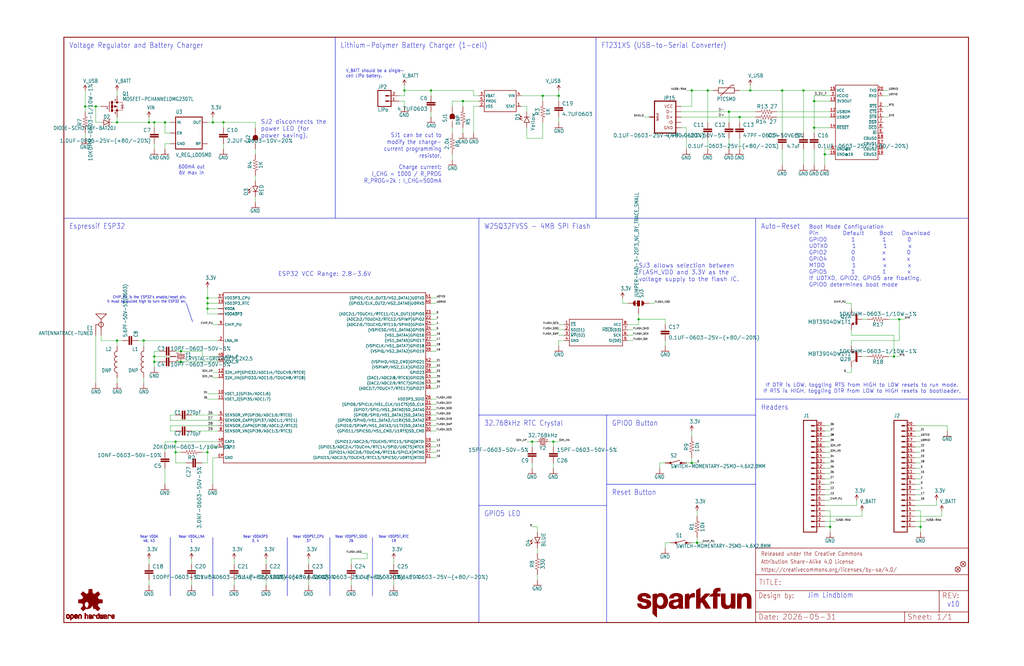
<source format=kicad_sch>
(kicad_sch (version 20230121) (generator eeschema)
  (paper "User" 488.798 317.906)
  (lib_symbols
    (symbol "working-eagle-import:0.1UF-0603-25V-(+80/-20%)"
      (property "Reference" "C" (at 1.524 2.921 0))
      (symbol "0.1UF-0603-25V-(+80/-20%)_1_0"
        (pin passive line (at 0 5.08 270) (length 2.54) (name "1") (number "1"))
        (pin passive line (at 0 -2.54 90) (length 2.54) (name "2") (number "2"))
      )
    )
    (symbol "working-eagle-import:1.0UF-0603-16V-10%"
      (property "Reference" "C" (at 1.524 2.921 0))
      (symbol "1.0UF-0603-16V-10%_1_0"
        (pin passive line (at 0 5.08 270) (length 2.54) (name "1") (number "1"))
        (pin passive line (at 0 -2.54 90) (length 2.54) (name "2") (number "2"))
      )
    )
    (symbol "working-eagle-import:1.0UF-0805-25V-(+80/-20%)"
      (property "Reference" "C" (at 1.524 2.921 0))
      (symbol "1.0UF-0805-25V-(+80/-20%)_1_0"
        (pin passive line (at 0 5.08 270) (length 2.54) (name "1") (number "1"))
        (pin passive line (at 0 -2.54 90) (length 2.54) (name "2") (number "2"))
      )
    )
    (symbol "working-eagle-import:100PF-0603-50V-5%"
      (property "Reference" "C" (at 1.524 2.921 0))
      (symbol "100PF-0603-50V-5%_1_0"
        (pin passive line (at 0 5.08 270) (length 2.54) (name "1") (number "1"))
        (pin passive line (at 0 -2.54 90) (length 2.54) (name "2") (number "2"))
      )
    )
    (symbol "working-eagle-import:10KOHM-0603-1/10W-1%"
      (property "Reference" "R" (at 0 1.524 0))
      (symbol "10KOHM-0603-1/10W-1%_1_0"
        (pin passive line (at -5.08 0 0) (length 2.54) (name "1") (number "1"))
        (pin passive line (at 5.08 0 180) (length 2.54) (name "2") (number "2"))
      )
    )
    (symbol "working-eagle-import:10KOHM-1/10W-1%(0603)0603"
      (property "Reference" "R" (at 0 1.524 0))
      (symbol "10KOHM-1/10W-1%(0603)0603_1_0"
        (pin passive line (at -5.08 0 0) (length 2.54) (name "1") (number "1"))
        (pin passive line (at 5.08 0 180) (length 2.54) (name "2") (number "2"))
      )
    )
    (symbol "working-eagle-import:10NF-0603-50V-10%"
      (property "Reference" "C" (at 1.524 2.921 0))
      (symbol "10NF-0603-50V-10%_1_0"
        (pin passive line (at 0 5.08 270) (length 2.54) (name "1") (number "1"))
        (pin passive line (at 0 -2.54 90) (length 2.54) (name "2") (number "2"))
      )
    )
    (symbol "working-eagle-import:10PF-0603-50V-5%"
      (property "Reference" "C" (at 1.524 2.921 0))
      (symbol "10PF-0603-50V-5%_1_0"
        (pin passive line (at 0 5.08 270) (length 2.54) (name "1") (number "1"))
        (pin passive line (at 0 -2.54 90) (length 2.54) (name "2") (number "2"))
      )
    )
    (symbol "working-eagle-import:10UF-0603-6.3V-20%"
      (property "Reference" "C" (at 1.524 2.921 0))
      (symbol "10UF-0603-6.3V-20%_1_0"
        (pin passive line (at 0 5.08 270) (length 2.54) (name "1") (number "1"))
        (pin passive line (at 0 -2.54 90) (length 2.54) (name "2") (number "2"))
      )
    )
    (symbol "working-eagle-import:15PF-0603-50V-5%"
      (property "Reference" "C" (at 1.524 2.921 0))
      (symbol "15PF-0603-50V-5%_1_0"
        (pin passive line (at 0 5.08 270) (length 2.54) (name "1") (number "1"))
        (pin passive line (at 0 -2.54 90) (length 2.54) (name "2") (number "2"))
      )
    )
    (symbol "working-eagle-import:1KOHM-1/10W-1%(0603)"
      (property "Reference" "R" (at 0 1.524 0))
      (symbol "1KOHM-1/10W-1%(0603)_1_0"
        (pin passive line (at -5.08 0 0) (length 2.54) (name "1") (number "1"))
        (pin passive line (at 5.08 0 180) (length 2.54) (name "2") (number "2"))
      )
    )
    (symbol "working-eagle-import:2.0KOHM1/10W5%(0603)"
      (property "Reference" "R" (at 0 1.524 0))
      (symbol "2.0KOHM1/10W5%(0603)_1_0"
        (pin passive line (at -5.08 0 0) (length 2.54) (name "1") (number "1"))
        (pin passive line (at 5.08 0 180) (length 2.54) (name "2") (number "2"))
      )
    )
    (symbol "working-eagle-import:2.2UF-0603-10V-20%"
      (property "Reference" "C" (at 1.524 2.921 0))
      (symbol "2.2UF-0603-10V-20%_1_0"
        (pin passive line (at 0 5.08 270) (length 2.54) (name "1") (number "1"))
        (pin passive line (at 0 -2.54 90) (length 2.54) (name "2") (number "2"))
      )
    )
    (symbol "working-eagle-import:20KOHM-0603-1/10W-1%"
      (property "Reference" "R" (at 0 1.524 0))
      (symbol "20KOHM-0603-1/10W-1%_1_0"
        (pin passive line (at -5.08 0 0) (length 2.54) (name "1") (number "1"))
        (pin passive line (at 5.08 0 180) (length 2.54) (name "2") (number "2"))
      )
    )
    (symbol "working-eagle-import:270PF-50V-5%(0603)"
      (property "Reference" "C" (at 1.524 2.921 0))
      (symbol "270PF-50V-5%(0603)_1_0"
        (pin passive line (at 0 5.08 270) (length 2.54) (name "1") (number "1"))
        (pin passive line (at 0 -2.54 90) (length 2.54) (name "2") (number "2"))
      )
    )
    (symbol "working-eagle-import:27OHM1/10W1%(0603)0603-RES"
      (property "Reference" "R" (at 0 1.524 0))
      (symbol "27OHM1/10W1%(0603)0603-RES_1_0"
        (pin passive line (at -5.08 0 0) (length 2.54) (name "1") (number "1"))
        (pin passive line (at 5.08 0 180) (length 2.54) (name "2") (number "2"))
      )
    )
    (symbol "working-eagle-import:3.0NF-0603-50V-5%"
      (property "Reference" "C" (at 1.524 2.921 0))
      (symbol "3.0NF-0603-50V-5%_1_0"
        (pin passive line (at 0 5.08 270) (length 2.54) (name "1") (number "1"))
        (pin passive line (at 0 -2.54 90) (length 2.54) (name "2") (number "2"))
      )
    )
    (symbol "working-eagle-import:3.3V" (power)
      (property "Value" "3.3V" (at -1.016 3.556 0))
      (symbol "3.3V_1_0"
        (pin power_in line (at 0 0 90) (length 2.54) (name "3.3V") (number "1"))
      )
    )
    (symbol "working-eagle-import:330OHM1/10W1%(0603)"
      (property "Reference" "R" (at 0 1.524 0))
      (symbol "330OHM1/10W1%(0603)_1_0"
        (pin passive line (at -5.08 0 0) (length 2.54) (name "1") (number "1"))
        (pin passive line (at 5.08 0 180) (length 2.54) (name "2") (number "2"))
      )
    )
    (symbol "working-eagle-import:4.7UF-6.3V-10%(0603)0603"
      (property "Reference" "C" (at 1.524 2.921 0))
      (symbol "4.7UF-6.3V-10%(0603)0603_1_0"
        (pin passive line (at 0 5.08 270) (length 2.54) (name "1") (number "1"))
        (pin passive line (at 0 -2.54 90) (length 2.54) (name "2") (number "2"))
      )
    )
    (symbol "working-eagle-import:4.7UF0603"
      (property "Reference" "C" (at 1.524 2.921 0))
      (symbol "4.7UF0603_1_0"
        (pin passive line (at 0 5.08 270) (length 2.54) (name "1") (number "1"))
        (pin passive line (at 0 -2.54 90) (length 2.54) (name "2") (number "2"))
      )
    )
    (symbol "working-eagle-import:47PF-0603-50V-5%"
      (property "Reference" "C" (at 1.524 2.921 0))
      (symbol "47PF-0603-50V-5%_1_0"
        (pin passive line (at 0 5.08 270) (length 2.54) (name "1") (number "1"))
        (pin passive line (at 0 -2.54 90) (length 2.54) (name "2") (number "2"))
      )
    )
    (symbol "working-eagle-import:5.6PF-50V-5%(0603)"
      (property "Reference" "C" (at 1.524 2.921 0))
      (symbol "5.6PF-50V-5%(0603)_1_0"
        (pin passive line (at 0 5.08 270) (length 2.54) (name "1") (number "1"))
        (pin passive line (at 0 -2.54 90) (length 2.54) (name "2") (number "2"))
      )
    )
    (symbol "working-eagle-import:ANTENNATRACE-TUNED"
      (property "Reference" "E" (at 3.81 -7.62 0))
      (symbol "ANTENNATRACE-TUNED_1_0"
        (pin bidirectional line (at 0 -10.16 90) (length 2.54) (name "SIGNAL") (number "ANT"))
        (pin bidirectional line (at 2.54 -10.16 90) (length 2.54) (name "GND") (number "GND"))
        (pin bidirectional line (at 2.54 -10.16 90) (length 2.54) (name "GND") (number "GND2"))
      )
    )
    (symbol "working-eagle-import:CRYSTAL-32.768KHZSMD-3.2X1.5"
      (property "Reference" "Y" (at 0 2.032 0))
      (symbol "CRYSTAL-32.768KHZSMD-3.2X1.5_1_0"
        (text "1" (at -2.159 -1.143 0) (effects (font (size 0.8636 0.734)) (justify left bottom)))
        (text "2" (at 1.524 -1.143 0) (effects (font (size 0.8636 0.734)) (justify left bottom)))
        (pin passive line (at -2.54 0 0) (length 0) (name "1") (number "P$1"))
        (pin passive line (at 2.54 0 180) (length 0) (name "2") (number "P$2"))
      )
    )
    (symbol "working-eagle-import:CRYSTAL-GROUNDED3.2X2.5"
      (property "Reference" "Y" (at 2.54 2.54 0))
      (symbol "CRYSTAL-GROUNDED3.2X2.5_1_0"
        (text "1" (at -2.159 -1.143 0) (effects (font (size 0.8636 0.734)) (justify left bottom)))
        (text "2" (at 1.524 -1.143 0) (effects (font (size 0.8636 0.734)) (justify left bottom)))
        (pin passive line (at -2.54 0 0) (length 0) (name "1") (number "1"))
        (pin passive line (at 0 -5.08 90) (length 2.54) (name "GND") (number "2"))
        (pin passive line (at 2.54 0 180) (length 0) (name "2") (number "3"))
        (pin passive line (at 0 -5.08 90) (length 2.54) (name "GND") (number "4"))
      )
    )
    (symbol "working-eagle-import:DIODE-SCHOTTKY-BAT20J"
      (property "Reference" "D" (at 2.54 0.4826 0))
      (symbol "DIODE-SCHOTTKY-BAT20J_1_0"
        (pin passive line (at -2.54 0 0) (length 0) (name "A") (number "A"))
        (pin passive line (at 2.54 0 180) (length 0) (name "C") (number "C"))
      )
    )
    (symbol "working-eagle-import:ESP3212"
      (symbol "ESP3212_1_0"
        (pin bidirectional line (at -50.8 33.02 0) (length 2.54) (name "VDDA") (number "1"))
        (pin bidirectional line (at -50.8 -7.62 0) (length 2.54) (name "VDET_1(GPI34/ADC1:6)") (number "10"))
        (pin bidirectional line (at -50.8 -10.16 0) (length 2.54) (name "VDET_2(GPI35/ADC1:7)") (number "11"))
        (pin bidirectional line (at -50.8 2.54 0) (length 2.54) (name "32K_XP(GPIO32/ADC1:4/TOUCH9/RTC9)") (number "12"))
        (pin bidirectional line (at -50.8 0 0) (length 2.54) (name "32K_XN(GPIO33/ADC1:5/TOUCH8/RTC8)") (number "13"))
        (pin bidirectional line (at 50.8 0 180) (length 2.54) (name "(DAC1/ADC2:8/RTC6)GPIO25") (number "14"))
        (pin bidirectional line (at 50.8 -2.54 180) (length 2.54) (name "(DAC2/ADC2:9/RTC7)GPIO26") (number "15"))
        (pin bidirectional line (at 50.8 -5.08 180) (length 2.54) (name "(ADC2:7/TOUCH7/RTC17)GPIO27") (number "16"))
        (pin bidirectional line (at 50.8 -35.56 180) (length 2.54) (name "(GPIO14/ADC2:6/TOUCH6/RTC16/SPICLK)MTMS") (number "17"))
        (pin bidirectional line (at 50.8 -30.48 180) (length 2.54) (name "(GPIO12/ADC2:5/TOUCH5/RTC15/SPIQ)MTDI") (number "18"))
        (pin bidirectional line (at -50.8 35.56 0) (length 2.54) (name "VDD3P3_RTC") (number "19"))
        (pin bidirectional line (at -50.8 17.78 0) (length 2.54) (name "LNA_IN") (number "2"))
        (pin bidirectional line (at 50.8 -33.02 180) (length 2.54) (name "(GPIO13/ADC2:4/TOUCH4/RTC14/SPID/U0CTS)MTCK") (number "20"))
        (pin bidirectional line (at 50.8 -38.1 180) (length 2.54) (name "(GPIO15/ADC2:3/TOUCH3/RTC13/SPICSO/U0RTS)MTDO") (number "21"))
        (pin bidirectional line (at 50.8 27.94 180) (length 2.54) (name "(ADC2:2/TOUCH2/RTC12/SPIWP)GPIO2") (number "22"))
        (pin bidirectional line (at 50.8 30.48 180) (length 2.54) (name "(ADC2:1/TOUCH1/RTC11/CLK_OUT1)GPIO0") (number "23"))
        (pin bidirectional line (at 50.8 25.4 180) (length 2.54) (name "(ADC2:0/TOUCH0/RTC10/SPIHD)GPIO4") (number "24"))
        (pin bidirectional line (at 50.8 20.32 180) (length 2.54) (name "(HS1_DATA4)GPIO16") (number "25"))
        (pin bidirectional line (at 50.8 -10.16 180) (length 2.54) (name "VDD3P3_SDIO") (number "26"))
        (pin bidirectional line (at 50.8 17.78 180) (length 2.54) (name "(HS1_DATA5)GPIO17") (number "27"))
        (pin bidirectional line (at 50.8 -20.32 180) (length 2.54) (name "(GPIO9/SPIHD/HS1_DATA2/U1RX)SD_DATA2") (number "28"))
        (pin bidirectional line (at 50.8 -22.86 180) (length 2.54) (name "(GPIO10/SPIWP/HS1_DATA3/U1TX)SD_DATA3") (number "29"))
        (pin bidirectional line (at -50.8 30.48 0) (length 2.54) (name "VDDA3P3") (number "3"))
        (pin bidirectional line (at 50.8 -25.4 180) (length 2.54) (name "(GPIO11/SPICSO/HS1_CMD/U1RTS)SD_CMD") (number "30"))
        (pin bidirectional line (at 50.8 -12.7 180) (length 2.54) (name "(GPIO6/SPICLK/HS1_CLK/U1CTS)SD_CLK") (number "31"))
        (pin bidirectional line (at 50.8 -15.24 180) (length 2.54) (name "(GPIO7/SPI1/HS1_DATA0)SD_DATA0") (number "32"))
        (pin bidirectional line (at 50.8 -17.78 180) (length 2.54) (name "(GPIO8/SPID/HS1_DATA1)SD_DATA1") (number "33"))
        (pin bidirectional line (at 50.8 22.86 180) (length 2.54) (name "(VSPICS0/HS1_DATA6)GPIO5") (number "34"))
        (pin bidirectional line (at 50.8 15.24 180) (length 2.54) (name "(VSPICLK/HS1_DATA7)GPIO18") (number "35"))
        (pin bidirectional line (at 50.8 2.54 180) (length 2.54) (name "GPIO23") (number "36"))
        (pin bidirectional line (at -50.8 38.1 0) (length 2.54) (name "VDD3P3_CPU") (number "37"))
        (pin bidirectional line (at 50.8 12.7 180) (length 2.54) (name "(VSPIQ/HS2_DATA2)GPIO19") (number "38"))
        (pin bidirectional line (at 50.8 5.08 180) (length 2.54) (name "(VSPIWP/HS2_CLK)GPIO22") (number "39"))
        (pin bidirectional line (at -50.8 30.48 0) (length 2.54) (name "VDDA3P3") (number "4"))
        (pin bidirectional line (at 50.8 35.56 180) (length 2.54) (name "(GPIO3/CLK_OUT2/HS2_DATA0)U0RXD") (number "40"))
        (pin bidirectional line (at 50.8 38.1 180) (length 2.54) (name "(GPIO1/CLK_OUT3/HS2_DATA1)U0TXD") (number "41"))
        (pin bidirectional line (at 50.8 7.62 180) (length 2.54) (name "(VSPIHD/HS2_CMD)GPIO21") (number "42"))
        (pin bidirectional line (at -50.8 33.02 0) (length 2.54) (name "VDDA") (number "43"))
        (pin bidirectional line (at -50.8 7.62 0) (length 2.54) (name "XTAL_N") (number "44"))
        (pin bidirectional line (at -50.8 10.16 0) (length 2.54) (name "XTAL_P") (number "45"))
        (pin bidirectional line (at -50.8 33.02 0) (length 2.54) (name "VDDA") (number "46"))
        (pin bidirectional line (at -50.8 -33.02 0) (length 2.54) (name "CAP2") (number "47"))
        (pin bidirectional line (at -50.8 -30.48 0) (length 2.54) (name "CAP1") (number "48"))
        (pin bidirectional line (at -50.8 -17.78 0) (length 2.54) (name "SENSOR_VP(GPI36/ADC1:0/RTC0)") (number "5"))
        (pin bidirectional line (at -50.8 -20.32 0) (length 2.54) (name "SENSOR_CAPP(GPI37/ADC1:1/RTC1)") (number "6"))
        (pin bidirectional line (at -50.8 -22.86 0) (length 2.54) (name "SENSOR_CAPN(GPI38/ADC1:2/RTC2)") (number "7"))
        (pin bidirectional line (at -50.8 -25.4 0) (length 2.54) (name "SENSOR_VN(GPI39/ADC1:3/RTC3)") (number "8"))
        (pin bidirectional line (at -50.8 25.4 0) (length 2.54) (name "CHIP_PU") (number "9"))
        (pin bidirectional line (at -50.8 -38.1 0) (length 2.54) (name "GND") (number "EP"))
      )
    )
    (symbol "working-eagle-import:FIDUCIALUFIDUCIAL")
    (symbol "working-eagle-import:FRAME-LEDGER"
      (symbol "FRAME-LEDGER_2_0"
        (text "${#}/${##}" (at 86.36 1.27 0) (effects (font (size 2.54 2.54)) (justify left bottom)))
        (text "${CURRENT_DATE}" (at 12.7 1.27 0) (effects (font (size 2.54 2.54)) (justify left bottom)))
        (text "${PROJECTNAME}" (at 15.494 17.78 0) (effects (font (size 2.7432 2.7432)) (justify left bottom)))
        (text "Attribution Share-Alike 4.0 License" (at 2.54 27.94 0) (effects (font (size 1.9304 1.6408)) (justify left bottom)))
        (text "Date:" (at 1.27 1.27 0) (effects (font (size 2.54 2.54)) (justify left bottom)))
        (text "Design by:" (at 1.27 11.43 0) (effects (font (size 2.54 2.159)) (justify left bottom)))
        (text "https://creativecommons.org/licenses/by-sa/4.0/" (at 2.54 24.13 0) (effects (font (size 1.9304 1.6408)) (justify left bottom)))
        (text "Released under the Creative Commons" (at 2.54 31.75 0) (effects (font (size 1.9304 1.6408)) (justify left bottom)))
        (text "REV:" (at 88.9 11.43 0) (effects (font (size 2.54 2.54)) (justify left bottom)))
        (text "Sheet:" (at 72.39 1.27 0) (effects (font (size 2.54 2.54)) (justify left bottom)))
        (text "TITLE:" (at 1.524 17.78 0) (effects (font (size 2.54 2.54)) (justify left bottom)))
      )
    )
    (symbol "working-eagle-import:FT231XS"
      (symbol "FT231XS_1_0"
        (pin bidirectional line (at 12.7 2.54 180) (length 2.54) (name "~{DTR}") (number "1"))
        (pin bidirectional line (at 12.7 -12.7 180) (length 2.54) (name "CBUS2") (number "10"))
        (pin bidirectional line (at -12.7 2.54 0) (length 2.54) (name "USBDP") (number "11"))
        (pin bidirectional line (at -12.7 5.08 0) (length 2.54) (name "USBDM") (number "12"))
        (pin bidirectional line (at -12.7 10.16 0) (length 2.54) (name "3V3OUT") (number "13"))
        (pin bidirectional line (at -12.7 -2.54 0) (length 2.54) (name "~{RESET}") (number "14"))
        (pin bidirectional line (at -12.7 15.24 0) (length 2.54) (name "VCC") (number "15"))
        (pin bidirectional line (at -12.7 -15.24 0) (length 2.54) (name "GND@16") (number "16"))
        (pin bidirectional line (at 12.7 -10.16 180) (length 2.54) (name "CBUS1") (number "17"))
        (pin bidirectional line (at 12.7 -7.62 180) (length 2.54) (name "CBUS0") (number "18"))
        (pin bidirectional line (at 12.7 -15.24 180) (length 2.54) (name "CBUS3") (number "19"))
        (pin bidirectional line (at 12.7 7.62 180) (length 2.54) (name "~{RTS}") (number "2"))
        (pin bidirectional line (at 12.7 15.24 180) (length 2.54) (name "TXD") (number "20"))
        (pin bidirectional line (at -12.7 12.7 0) (length 2.54) (name "VCCIO") (number "3"))
        (pin bidirectional line (at 12.7 12.7 180) (length 2.54) (name "RXD") (number "4"))
        (pin bidirectional line (at 12.7 -5.08 180) (length 2.54) (name "~{RI}") (number "5"))
        (pin bidirectional line (at -12.7 -12.7 0) (length 2.54) (name "GND@6") (number "6"))
        (pin bidirectional line (at 12.7 0 180) (length 2.54) (name "~{DSR}") (number "7"))
        (pin bidirectional line (at 12.7 -2.54 180) (length 2.54) (name "~{DCD}") (number "8"))
        (pin bidirectional line (at 12.7 5.08 180) (length 2.54) (name "~{CTS}") (number "9"))
      )
    )
    (symbol "working-eagle-import:GND" (power)
      (property "Value" "GND" (at -2.54 -2.54 0))
      (symbol "GND_1_0"
        (pin power_in line (at 0 2.54 270) (length 2.54) (name "GND") (number "1"))
      )
    )
    (symbol "working-eagle-import:INDUCTOR0603"
      (property "Reference" "L" (at 2.54 5.08 0))
      (symbol "INDUCTOR0603_1_0"
        (pin passive line (at 0 7.62 270) (length 2.54) (name "1") (number "1"))
        (pin passive line (at 0 -7.62 90) (length 2.54) (name "2") (number "2"))
      )
    )
    (symbol "working-eagle-import:JUMPER-PAD-2-NC_BY_TRACE"
      (property "Reference" "JP" (at -2.54 2.54 0))
      (symbol "JUMPER-PAD-2-NC_BY_TRACE_1_0"
        (pin passive line (at -5.08 0 0) (length 2.54) (name "1") (number "1"))
        (pin passive line (at 5.08 0 180) (length 2.54) (name "2") (number "2"))
      )
    )
    (symbol "working-eagle-import:JUMPER-PAD-3-2OF3_NC_BY_TRACE_SMALL"
      (property "Reference" "JP" (at 2.54 0.381 0))
      (symbol "JUMPER-PAD-3-2OF3_NC_BY_TRACE_SMALL_1_0"
        (pin passive line (at 0 5.08 270) (length 2.54) (name "1") (number "1"))
        (pin passive line (at -5.08 0 0) (length 2.54) (name "2") (number "2"))
        (pin passive line (at 0 -5.08 90) (length 2.54) (name "3") (number "3"))
      )
    )
    (symbol "working-eagle-import:LED-BLUE0603"
      (property "Reference" "D" (at -3.429 -4.572 90))
      (symbol "LED-BLUE0603_1_0"
        (pin passive line (at 0 2.54 270) (length 2.54) (name "A") (number "A"))
        (pin passive line (at 0 -5.08 90) (length 2.54) (name "C") (number "C"))
      )
    )
    (symbol "working-eagle-import:LED-RED0603"
      (property "Reference" "D" (at -3.429 -4.572 90))
      (symbol "LED-RED0603_1_0"
        (pin passive line (at 0 2.54 270) (length 2.54) (name "A") (number "A"))
        (pin passive line (at 0 -5.08 90) (length 2.54) (name "C") (number "C"))
      )
    )
    (symbol "working-eagle-import:LED-YELLOW0603"
      (property "Reference" "D" (at -3.429 -4.572 90))
      (symbol "LED-YELLOW0603_1_0"
        (pin passive line (at 0 2.54 270) (length 2.54) (name "A") (number "A"))
        (pin passive line (at 0 -5.08 90) (length 2.54) (name "C") (number "C"))
      )
    )
    (symbol "working-eagle-import:M02JST-PTH-2"
      (property "Reference" "J" (at -2.54 5.842 0))
      (symbol "M02JST-PTH-2_1_0"
        (pin passive line (at 7.62 0 180) (length 5.08) (name "1") (number "1"))
        (pin passive line (at 7.62 2.54 180) (length 5.08) (name "2") (number "2"))
      )
    )
    (symbol "working-eagle-import:M20NOSILK"
      (property "Reference" "J" (at 0 57.15 0))
      (symbol "M20NOSILK_1_0"
        (pin passive line (at 10.16 5.08 180) (length 5.08) (name "1") (number "1"))
        (pin passive line (at 10.16 27.94 180) (length 5.08) (name "10") (number "10"))
        (pin passive line (at 10.16 30.48 180) (length 5.08) (name "11") (number "11"))
        (pin passive line (at 10.16 33.02 180) (length 5.08) (name "12") (number "12"))
        (pin passive line (at 10.16 35.56 180) (length 5.08) (name "13") (number "13"))
        (pin passive line (at 10.16 38.1 180) (length 5.08) (name "14") (number "14"))
        (pin passive line (at 10.16 40.64 180) (length 5.08) (name "15") (number "15"))
        (pin passive line (at 10.16 43.18 180) (length 5.08) (name "16") (number "16"))
        (pin passive line (at 10.16 45.72 180) (length 5.08) (name "17") (number "17"))
        (pin passive line (at 10.16 48.26 180) (length 5.08) (name "18") (number "18"))
        (pin passive line (at 10.16 50.8 180) (length 5.08) (name "19") (number "19"))
        (pin passive line (at 10.16 7.62 180) (length 5.08) (name "2") (number "2"))
        (pin passive line (at 10.16 53.34 180) (length 5.08) (name "20") (number "20"))
        (pin passive line (at 10.16 10.16 180) (length 5.08) (name "3") (number "3"))
        (pin passive line (at 10.16 12.7 180) (length 5.08) (name "4") (number "4"))
        (pin passive line (at 10.16 15.24 180) (length 5.08) (name "5") (number "5"))
        (pin passive line (at 10.16 17.78 180) (length 5.08) (name "6") (number "6"))
        (pin passive line (at 10.16 20.32 180) (length 5.08) (name "7") (number "7"))
        (pin passive line (at 10.16 22.86 180) (length 5.08) (name "8") (number "8"))
        (pin passive line (at 10.16 25.4 180) (length 5.08) (name "9") (number "9"))
      )
    )
    (symbol "working-eagle-import:MBT3904DW1T1"
      (property "Reference" "Q" (at 2.54 1.27 0))
      (symbol "MBT3904DW1T1_1_0"
        (pin passive line (at 2.54 5.08 270) (length 2.54) (name "C") (number "3"))
        (pin passive line (at 2.54 -5.08 90) (length 2.54) (name "E") (number "4"))
        (pin passive line (at -2.54 0 0) (length 2.54) (name "B") (number "5"))
      )
      (symbol "MBT3904DW1T1_2_0"
        (pin passive line (at 2.54 -5.08 90) (length 2.54) (name "E") (number "1"))
        (pin passive line (at -2.54 0 0) (length 2.54) (name "B") (number "2"))
        (pin passive line (at 2.54 5.08 270) (length 2.54) (name "C") (number "6"))
      )
    )
    (symbol "working-eagle-import:MCP73831"
      (symbol "MCP73831_1_0"
        (pin output line (at -10.16 -2.54 0) (length 2.54) (name "STAT") (number "1"))
        (pin power_in line (at 10.16 -2.54 180) (length 2.54) (name "VSS") (number "2"))
        (pin power_in line (at 10.16 2.54 180) (length 2.54) (name "VBAT") (number "3"))
        (pin power_in line (at -10.16 2.54 0) (length 2.54) (name "VIN") (number "4"))
        (pin input line (at 10.16 0 180) (length 2.54) (name "PROG") (number "5"))
      )
    )
    (symbol "working-eagle-import:MOSFET-PCHANNELDMG2307L"
      (property "Reference" "Q" (at 5.08 2.54 0))
      (symbol "MOSFET-PCHANNELDMG2307L_1_0"
        (text "D" (at -1.27 2.54 0) (effects (font (size 0.8128 0.6908)) (justify left bottom)))
        (text "G" (at -5.08 -1.27 0) (effects (font (size 0.8128 0.6908)) (justify left bottom)))
        (text "S" (at -1.27 -3.556 0) (effects (font (size 0.8128 0.6908)) (justify left bottom)))
        (pin passive line (at -7.62 0 0) (length 2.54) (name "G") (number "1"))
        (pin passive line (at 0 -5.08 90) (length 2.54) (name "S") (number "2"))
        (pin passive line (at 0 5.08 270) (length 2.54) (name "D") (number "3"))
      )
    )
    (symbol "working-eagle-import:OSHW-LOGOMINI")
    (symbol "working-eagle-import:PTCSMD"
      (property "Reference" "F" (at -2.54 3.048 0))
      (symbol "PTCSMD_1_0"
        (pin bidirectional line (at -5.08 0 0) (length 2.54) (name "1") (number "1"))
        (pin bidirectional line (at 7.62 0 180) (length 2.54) (name "2") (number "2"))
      )
    )
    (symbol "working-eagle-import:RESISTORPTH-1/6W"
      (property "Reference" "R" (at -3.81 1.4986 0))
      (symbol "RESISTORPTH-1/6W_1_0"
        (pin passive line (at -5.08 0 0) (length 2.54) (name "1") (number "1"))
        (pin passive line (at 5.08 0 180) (length 2.54) (name "2") (number "2"))
      )
    )
    (symbol "working-eagle-import:SFE_LOGO_NAME.2_INCH")
    (symbol "working-eagle-import:SWITCH-MOMENTARY-2SMD-4.6X2.8MM"
      (property "Reference" "S" (at -2.54 2.54 0))
      (symbol "SWITCH-MOMENTARY-2SMD-4.6X2.8MM_1_0"
        (pin passive line (at -5.08 0 0) (length 2.54) (name "1") (number "1"))
        (pin passive line (at -5.08 0 0) (length 2.54) (name "1") (number "2"))
        (pin passive line (at 5.08 0 180) (length 2.54) (name "2") (number "3"))
        (pin passive line (at 5.08 0 180) (length 2.54) (name "2") (number "4"))
      )
    )
    (symbol "working-eagle-import:SparkFun-PowerSymbols_GND" (power)
      (property "Value" "SparkFun-PowerSymbols_GND" (at 0 -0.254 0))
      (symbol "SparkFun-PowerSymbols_GND_1_0"
        (pin power_in line (at 0 2.54 270) (length 2.54) (name "GND") (number "1"))
      )
    )
    (symbol "working-eagle-import:SparkFun_GND" (power)
      (property "Value" "SparkFun_GND" (at -2.54 -2.54 0))
      (symbol "SparkFun_GND_1_0"
        (pin power_in line (at 0 2.54 270) (length 2.54) (name "GND") (number "1"))
      )
    )
    (symbol "working-eagle-import:USB_MICROB_PLUGCONN-11752"
      (property "Reference" "J" (at -4.826 8.128 0))
      (symbol "USB_MICROB_PLUGCONN-11752_1_0"
        (text "D+" (at -3.81 0 0) (effects (font (size 1.4224 1.4224)) (justify left)))
        (text "D-" (at -3.81 2.54 0) (effects (font (size 1.4224 1.4224)) (justify left)))
        (text "GND" (at -3.81 -5.08 0) (effects (font (size 1.4224 1.4224)) (justify left)))
        (text "ID" (at -3.81 -2.54 0) (effects (font (size 1.4224 1.4224)) (justify left)))
        (text "SHIELD" (at 4.064 0 900) (effects (font (size 0.8128 0.6908)) (justify bottom)))
        (text "VCC" (at -3.81 5.08 0) (effects (font (size 1.4224 1.4224)) (justify left)))
        (pin bidirectional line (at -7.62 0 0) (length 2.54) (name "D+") (number "D+"))
        (pin bidirectional line (at -7.62 2.54 0) (length 2.54) (name "D-") (number "D-"))
        (pin bidirectional line (at -7.62 -5.08 0) (length 2.54) (name "GND") (number "GND"))
        (pin bidirectional line (at -7.62 -2.54 0) (length 2.54) (name "ID") (number "ID"))
        (pin bidirectional line (at 7.62 0 180) (length 2.54) (name "SHIELD") (number "SHIELD1"))
        (pin bidirectional line (at 7.62 0 180) (length 2.54) (name "SHIELD") (number "SHIELD2"))
        (pin bidirectional line (at 7.62 0 180) (length 2.54) (name "SHIELD") (number "SHIELD3"))
        (pin bidirectional line (at -7.62 5.08 0) (length 2.54) (name "VCC") (number "VBUS"))
      )
    )
    (symbol "working-eagle-import:VIN" (power)
      (property "Value" "VIN" (at -1.016 3.556 0))
      (symbol "VIN_1_0"
        (pin power_in line (at 0 0 90) (length 2.54) (name "VIN") (number "1"))
      )
    )
    (symbol "working-eagle-import:V_BATT" (power)
      (property "Value" "V_BATT" (at -1.016 3.556 0))
      (symbol "V_BATT_1_0"
        (pin power_in line (at 0 0 90) (length 2.54) (name "V_BATT") (number "1"))
      )
    )
    (symbol "working-eagle-import:V_REG_LDOSMD"
      (property "Reference" "U" (at -7.62 9.144 0))
      (symbol "V_REG_LDOSMD_1_0"
        (pin input line (at -10.16 5.08 0) (length 2.54) (name "IN") (number "1"))
        (pin input line (at -10.16 -5.08 0) (length 2.54) (name "GND") (number "2"))
        (pin input line (at -10.16 0 0) (length 2.54) (name "EN") (number "3"))
        (pin input line (at 7.62 -5.08 180) (length 2.54) (name "BP") (number "4"))
        (pin passive line (at 7.62 5.08 180) (length 2.54) (name "OUT") (number "5"))
      )
    )
    (symbol "working-eagle-import:V_USB" (power)
      (property "Value" "V_USB" (at -1.016 3.556 0))
      (symbol "V_USB_1_0"
        (pin power_in line (at 0 0 90) (length 2.54) (name "V_USB") (number "1"))
      )
    )
    (symbol "working-eagle-import:W25Q32FVSS"
      (symbol "W25Q32FVSS_1_0"
        (pin bidirectional line (at -15.24 2.54 0) (length 2.54) (name "~{CS}") (number "1"))
        (pin bidirectional line (at -15.24 0 0) (length 2.54) (name "SO(D1)") (number "2"))
        (pin bidirectional line (at -15.24 -2.54 0) (length 2.54) (name "~{WP}(D2)") (number "3"))
        (pin bidirectional line (at -15.24 -5.08 0) (length 2.54) (name "GND") (number "4"))
        (pin bidirectional line (at 15.24 -5.08 180) (length 2.54) (name "SI(D0)") (number "5"))
        (pin bidirectional line (at 15.24 -2.54 180) (length 2.54) (name "SCK") (number "6"))
        (pin bidirectional line (at 15.24 0 180) (length 2.54) (name "~{HOLD}(D3)") (number "7"))
        (pin bidirectional line (at 15.24 2.54 180) (length 2.54) (name "VCC") (number "8"))
      )
    )
  )
  (junction (at 99.06 144.78))
  (junction (at 396.24 251.46))
  (junction (at 71.12 58.42))
  (junction (at 266.7 45.72))
  (junction (at 99.06 215.9))
  (junction (at 55.88 162.56))
  (junction (at 101.6 58.42))
  (junction (at 388.62 48.26))
  (junction (at 68.58 162.56))
  (junction (at 40.64 50.8))
  (junction (at 99.06 142.24))
  (junction (at 332.74 259.08))
  (junction (at 220.98 48.26))
  (junction (at 83.82 210.82))
  (junction (at 353.06 55.88))
  (junction (at 83.82 215.9))
  (junction (at 106.68 58.42))
  (junction (at 304.8 152.4))
  (junction (at 393.7 73.66))
  (junction (at 205.74 43.18))
  (junction (at 426.72 170.18))
  (junction (at 99.06 147.32))
  (junction (at 73.66 170.18))
  (junction (at 373.38 43.18))
  (junction (at 254 210.82))
  (junction (at 55.88 58.42))
  (junction (at 86.36 172.72))
  (junction (at 330.2 220.98))
  (junction (at 439.42 251.46))
  (junction (at 337.82 43.18))
  (junction (at 429.26 152.4))
  (junction (at 73.66 172.72))
  (junction (at 193.04 43.18))
  (junction (at 383.54 43.18))
  (junction (at 73.66 58.42))
  (junction (at 358.14 43.18))
  (junction (at 330.2 43.18))
  (junction (at 347.98 53.34))
  (junction (at 259.08 45.72))
  (junction (at 45.72 50.8))
  (junction (at 264.16 210.82))
  (junction (at 86.36 167.64))
  (junction (at 388.62 60.96))
  (junction (at 78.74 58.42))
  (wire (pts (xy 299.72 160.02) (xy 302.26 160.02)) (stroke (width 0.1524)))
  (wire (pts (xy 104.14 149.86) (xy 99.06 149.86)) (stroke (width 0.1524)))
  (wire (pts (xy 436.88 208.28) (xy 439.42 208.28)) (stroke (width 0.1524)))
  (wire (pts (xy 55.88 162.56) (xy 55.88 165.1)) (stroke (width 0.1524)))
  (wire (pts (xy 71.12 279.4) (xy 71.12 276.86)) (stroke (width 0.1524)))
  (wire (pts (xy 393.7 231.14) (xy 396.24 231.14)) (stroke (width 0.1524)))
  (wire (pts (xy 347.98 71.12) (xy 347.98 66.04)) (stroke (width 0.1524)))
  (wire (pts (xy 396.24 55.88) (xy 370.84 55.88)) (stroke (width 0.1524)))
  (wire (pts (xy 388.62 45.72) (xy 396.24 45.72)) (stroke (width 0.1524)))
  (wire (pts (xy 452.12 203.2) (xy 452.12 205.74)) (stroke (width 0.1524)))
  (wire (pts (xy 360.68 53.34) (xy 347.98 53.34)) (stroke (width 0.1524)))
  (wire (pts (xy 121.92 86.36) (xy 121.92 83.82)) (stroke (width 0.1524)))
  (wire (pts (xy 251.46 50.8) (xy 251.46 53.34)) (stroke (width 0.1524)))
  (polyline (pts (xy 360.68 190.5) (xy 360.68 104.14)) (stroke (width 0.2032) (type solid)))
  (wire (pts (xy 406.4 147.32) (xy 406.4 144.78)) (stroke (width 0.1524)))
  (wire (pts (xy 86.36 167.64) (xy 83.82 167.64)) (stroke (width 0.1524)))
  (wire (pts (xy 347.98 53.34) (xy 325.12 53.34)) (stroke (width 0.1524)))
  (wire (pts (xy 327.66 60.96) (xy 327.66 71.12)) (stroke (width 0.1524)))
  (wire (pts (xy 83.82 210.82) (xy 78.74 210.82)) (stroke (width 0.1524)))
  (wire (pts (xy 147.32 279.4) (xy 147.32 276.86)) (stroke (width 0.1524)))
  (wire (pts (xy 353.06 71.12) (xy 353.06 66.04)) (stroke (width 0.1524)))
  (polyline (pts (xy 360.68 261.62) (xy 360.68 231.14)) (stroke (width 0.2032) (type solid)))
  (wire (pts (xy 393.7 236.22) (xy 396.24 236.22)) (stroke (width 0.1524)))
  (wire (pts (xy 73.66 170.18) (xy 73.66 172.72)) (stroke (width 0.1524)))
  (wire (pts (xy 91.44 266.7) (xy 91.44 269.24)) (stroke (width 0.1524)))
  (wire (pts (xy 96.52 220.98) (xy 99.06 220.98)) (stroke (width 0.1524)))
  (wire (pts (xy 205.74 154.94) (xy 208.28 154.94)) (stroke (width 0.1524)))
  (polyline (pts (xy 289.56 241.3) (xy 289.56 297.18)) (stroke (width 0.2032) (type solid)))
  (wire (pts (xy 256.54 210.82) (xy 254 210.82)) (stroke (width 0.1524)))
  (wire (pts (xy 190.5 45.72) (xy 193.04 45.72)) (stroke (width 0.1524)))
  (wire (pts (xy 99.06 215.9) (xy 99.06 213.36)) (stroke (width 0.1524)))
  (wire (pts (xy 251.46 66.04) (xy 259.08 66.04)) (stroke (width 0.1524)))
  (wire (pts (xy 101.6 218.44) (xy 101.6 231.14)) (stroke (width 0.1524)))
  (wire (pts (xy 226.06 50.8) (xy 226.06 63.5)) (stroke (width 0.1524)))
  (wire (pts (xy 205.74 149.86) (xy 208.28 149.86)) (stroke (width 0.1524)))
  (wire (pts (xy 226.06 45.72) (xy 228.6 45.72)) (stroke (width 0.1524)))
  (wire (pts (xy 449.58 246.38) (xy 449.58 243.84)) (stroke (width 0.1524)))
  (wire (pts (xy 104.14 162.56) (xy 68.58 162.56)) (stroke (width 0.1524)))
  (wire (pts (xy 332.74 243.84) (xy 332.74 246.38)) (stroke (width 0.1524)))
  (wire (pts (xy 304.8 154.94) (xy 304.8 152.4)) (stroke (width 0.1524)))
  (wire (pts (xy 167.64 279.4) (xy 167.64 276.86)) (stroke (width 0.1524)))
  (wire (pts (xy 388.62 60.96) (xy 396.24 60.96)) (stroke (width 0.1524)))
  (wire (pts (xy 167.64 266.7) (xy 175.26 266.7)) (stroke (width 0.1524)))
  (wire (pts (xy 193.04 43.18) (xy 205.74 43.18)) (stroke (width 0.1524)))
  (wire (pts (xy 393.7 213.36) (xy 396.24 213.36)) (stroke (width 0.1524)))
  (polyline (pts (xy 228.6 241.3) (xy 228.6 297.18)) (stroke (width 0.2032) (type solid)))
  (wire (pts (xy 360.68 55.88) (xy 353.06 55.88)) (stroke (width 0.1524)))
  (wire (pts (xy 436.88 246.38) (xy 449.58 246.38)) (stroke (width 0.1524)))
  (wire (pts (xy 264.16 210.82) (xy 264.16 213.36)) (stroke (width 0.1524)))
  (wire (pts (xy 383.54 63.5) (xy 383.54 43.18)) (stroke (width 0.1524)))
  (wire (pts (xy 393.7 208.28) (xy 396.24 208.28)) (stroke (width 0.1524)))
  (wire (pts (xy 330.2 43.18) (xy 327.66 43.18)) (stroke (width 0.1524)))
  (wire (pts (xy 269.24 157.48) (xy 266.7 157.48)) (stroke (width 0.1524)))
  (wire (pts (xy 373.38 63.5) (xy 373.38 43.18)) (stroke (width 0.1524)))
  (wire (pts (xy 393.7 203.2) (xy 396.24 203.2)) (stroke (width 0.1524)))
  (wire (pts (xy 393.7 226.06) (xy 396.24 226.06)) (stroke (width 0.1524)))
  (wire (pts (xy 436.88 213.36) (xy 439.42 213.36)) (stroke (width 0.1524)))
  (polyline (pts (xy 228.6 198.12) (xy 289.56 198.12)) (stroke (width 0.2032) (type solid)))
  (wire (pts (xy 297.18 144.78) (xy 297.18 142.24)) (stroke (width 0.1524)))
  (wire (pts (xy 393.7 243.84) (xy 396.24 243.84)) (stroke (width 0.1524)))
  (wire (pts (xy 40.64 43.18) (xy 40.64 50.8)) (stroke (width 0.1524)))
  (wire (pts (xy 408.94 241.3) (xy 408.94 238.76)) (stroke (width 0.1524)))
  (wire (pts (xy 193.04 45.72) (xy 193.04 43.18)) (stroke (width 0.1524)))
  (wire (pts (xy 406.4 177.8) (xy 406.4 175.26)) (stroke (width 0.1524)))
  (wire (pts (xy 205.74 162.56) (xy 208.28 162.56)) (stroke (width 0.1524)))
  (wire (pts (xy 436.88 215.9) (xy 439.42 215.9)) (stroke (width 0.1524)))
  (wire (pts (xy 73.66 58.42) (xy 73.66 60.96)) (stroke (width 0.1524)))
  (wire (pts (xy 424.18 170.18) (xy 426.72 170.18)) (stroke (width 0.1524)))
  (wire (pts (xy 104.14 177.8) (xy 101.6 177.8)) (stroke (width 0.1524)))
  (wire (pts (xy 317.5 152.4) (xy 304.8 152.4)) (stroke (width 0.1524)))
  (wire (pts (xy 337.82 58.42) (xy 337.82 43.18)) (stroke (width 0.1524)))
  (wire (pts (xy 421.64 55.88) (xy 424.18 55.88)) (stroke (width 0.1524)))
  (wire (pts (xy 266.7 45.72) (xy 266.7 48.26)) (stroke (width 0.1524)))
  (wire (pts (xy 96.52 170.18) (xy 104.14 170.18)) (stroke (width 0.1524)))
  (wire (pts (xy 55.88 180.34) (xy 55.88 182.88)) (stroke (width 0.1524)))
  (wire (pts (xy 205.74 172.72) (xy 208.28 172.72)) (stroke (width 0.1524)))
  (wire (pts (xy 71.12 58.42) (xy 73.66 58.42)) (stroke (width 0.1524)))
  (wire (pts (xy 175.26 266.7) (xy 175.26 264.16)) (stroke (width 0.1524)))
  (wire (pts (xy 73.66 167.64) (xy 73.66 170.18)) (stroke (width 0.1524)))
  (wire (pts (xy 317.5 220.98) (xy 314.96 220.98)) (stroke (width 0.1524)))
  (wire (pts (xy 317.5 154.94) (xy 317.5 152.4)) (stroke (width 0.1524)))
  (wire (pts (xy 436.88 248.92) (xy 441.96 248.92)) (stroke (width 0.1524)))
  (wire (pts (xy 393.7 228.6) (xy 396.24 228.6)) (stroke (width 0.1524)))
  (polyline (pts (xy 289.56 241.3) (xy 228.6 241.3)) (stroke (width 0.2032) (type solid)))
  (wire (pts (xy 388.62 48.26) (xy 388.62 45.72)) (stroke (width 0.1524)))
  (wire (pts (xy 127 279.4) (xy 127 276.86)) (stroke (width 0.1524)))
  (wire (pts (xy 299.72 144.78) (xy 297.18 144.78)) (stroke (width 0.1524)))
  (wire (pts (xy 96.52 167.64) (xy 96.52 170.18)) (stroke (width 0.1524)))
  (wire (pts (xy 393.7 246.38) (xy 411.48 246.38)) (stroke (width 0.1524)))
  (polyline (pts (xy 360.68 231.14) (xy 289.56 231.14)) (stroke (width 0.2032) (type solid)))
  (wire (pts (xy 388.62 78.74) (xy 388.62 71.12)) (stroke (width 0.1524)))
  (polyline (pts (xy 101.6 256.54) (xy 101.6 284.48)) (stroke (width 0.2032) (type solid)))
  (wire (pts (xy 436.88 243.84) (xy 439.42 243.84)) (stroke (width 0.1524)))
  (wire (pts (xy 193.04 48.26) (xy 193.04 50.8)) (stroke (width 0.1524)))
  (wire (pts (xy 205.74 213.36) (xy 208.28 213.36)) (stroke (width 0.1524)))
  (wire (pts (xy 426.72 170.18) (xy 429.26 170.18)) (stroke (width 0.1524)))
  (wire (pts (xy 220.98 50.8) (xy 220.98 48.26)) (stroke (width 0.1524)))
  (wire (pts (xy 78.74 58.42) (xy 73.66 58.42)) (stroke (width 0.1524)))
  (wire (pts (xy 45.72 58.42) (xy 48.26 58.42)) (stroke (width 0.1524)))
  (wire (pts (xy 393.7 205.74) (xy 396.24 205.74)) (stroke (width 0.1524)))
  (wire (pts (xy 91.44 205.74) (xy 104.14 205.74)) (stroke (width 0.1524)))
  (wire (pts (xy 78.74 210.82) (xy 78.74 215.9)) (stroke (width 0.1524)))
  (wire (pts (xy 104.14 190.5) (xy 99.06 190.5)) (stroke (width 0.1524)))
  (wire (pts (xy 127 266.7) (xy 127 269.24)) (stroke (width 0.1524)))
  (polyline (pts (xy 284.48 104.14) (xy 360.68 104.14)) (stroke (width 0.2032) (type solid)))
  (wire (pts (xy 104.14 154.94) (xy 101.6 154.94)) (stroke (width 0.1524)))
  (wire (pts (xy 320.04 259.08) (xy 317.5 259.08)) (stroke (width 0.1524)))
  (wire (pts (xy 436.88 218.44) (xy 439.42 218.44)) (stroke (width 0.1524)))
  (wire (pts (xy 261.62 210.82) (xy 264.16 210.82)) (stroke (width 0.1524)))
  (wire (pts (xy 53.34 58.42) (xy 55.88 58.42)) (stroke (width 0.1524)))
  (wire (pts (xy 439.42 251.46) (xy 439.42 243.84)) (stroke (width 0.1524)))
  (wire (pts (xy 104.14 172.72) (xy 86.36 172.72)) (stroke (width 0.1524)))
  (wire (pts (xy 187.96 279.4) (xy 187.96 276.86)) (stroke (width 0.1524)))
  (wire (pts (xy 327.66 60.96) (xy 325.12 60.96)) (stroke (width 0.1524)))
  (wire (pts (xy 96.52 215.9) (xy 99.06 215.9)) (stroke (width 0.1524)))
  (wire (pts (xy 86.36 167.64) (xy 96.52 167.64)) (stroke (width 0.1524)))
  (wire (pts (xy 99.06 213.36) (xy 104.14 213.36)) (stroke (width 0.1524)))
  (wire (pts (xy 215.9 73.66) (xy 215.9 76.2)) (stroke (width 0.1524)))
  (wire (pts (xy 81.28 198.12) (xy 81.28 200.66)) (stroke (width 0.1524)))
  (wire (pts (xy 373.38 78.74) (xy 373.38 71.12)) (stroke (width 0.1524)))
  (wire (pts (xy 330.2 259.08) (xy 332.74 259.08)) (stroke (width 0.1524)))
  (wire (pts (xy 421.64 50.8) (xy 424.18 50.8)) (stroke (width 0.1524)))
  (polyline (pts (xy 228.6 104.14) (xy 284.48 104.14)) (stroke (width 0.2032) (type solid)))
  (wire (pts (xy 353.06 55.88) (xy 353.06 58.42)) (stroke (width 0.1524)))
  (wire (pts (xy 68.58 162.56) (xy 68.58 165.1)) (stroke (width 0.1524)))
  (wire (pts (xy 256.54 251.46) (xy 254 251.46)) (stroke (width 0.1524)))
  (wire (pts (xy 396.24 71.12) (xy 393.7 71.12)) (stroke (width 0.1524)))
  (wire (pts (xy 104.14 144.78) (xy 99.06 144.78)) (stroke (width 0.1524)))
  (wire (pts (xy 436.88 210.82) (xy 439.42 210.82)) (stroke (width 0.1524)))
  (wire (pts (xy 78.74 231.14) (xy 78.74 223.52)) (stroke (width 0.1524)))
  (wire (pts (xy 190.5 48.26) (xy 193.04 48.26)) (stroke (width 0.1524)))
  (wire (pts (xy 55.88 43.18) (xy 55.88 45.72)) (stroke (width 0.1524)))
  (wire (pts (xy 205.74 167.64) (xy 208.28 167.64)) (stroke (width 0.1524)))
  (polyline (pts (xy 360.68 190.5) (xy 462.28 190.5)) (stroke (width 0.2032) (type solid)))
  (wire (pts (xy 396.24 73.66) (xy 393.7 73.66)) (stroke (width 0.1524)))
  (wire (pts (xy 436.88 236.22) (xy 439.42 236.22)) (stroke (width 0.1524)))
  (wire (pts (xy 121.92 93.98) (xy 121.92 96.52)) (stroke (width 0.1524)))
  (wire (pts (xy 332.74 259.08) (xy 335.28 259.08)) (stroke (width 0.1524)))
  (wire (pts (xy 205.74 144.78) (xy 208.28 144.78)) (stroke (width 0.1524)))
  (wire (pts (xy 259.08 48.26) (xy 259.08 45.72)) (stroke (width 0.1524)))
  (wire (pts (xy 426.72 160.02) (xy 406.4 160.02)) (stroke (width 0.1524)))
  (wire (pts (xy 205.74 205.74) (xy 208.28 205.74)) (stroke (width 0.1524)))
  (wire (pts (xy 393.7 73.66) (xy 393.7 78.74)) (stroke (width 0.1524)))
  (polyline (pts (xy 228.6 104.14) (xy 228.6 198.12)) (stroke (width 0.2032) (type solid)))
  (wire (pts (xy 205.74 160.02) (xy 208.28 160.02)) (stroke (width 0.1524)))
  (wire (pts (xy 256.54 274.32) (xy 256.54 276.86)) (stroke (width 0.1524)))
  (wire (pts (xy 254 223.52) (xy 254 220.98)) (stroke (width 0.1524)))
  (wire (pts (xy 175.26 264.16) (xy 172.72 264.16)) (stroke (width 0.1524)))
  (wire (pts (xy 104.14 147.32) (xy 99.06 147.32)) (stroke (width 0.1524)))
  (wire (pts (xy 187.96 266.7) (xy 187.96 269.24)) (stroke (width 0.1524)))
  (wire (pts (xy 205.74 175.26) (xy 208.28 175.26)) (stroke (width 0.1524)))
  (wire (pts (xy 317.5 165.1) (xy 317.5 162.56)) (stroke (width 0.1524)))
  (wire (pts (xy 421.64 45.72) (xy 424.18 45.72)) (stroke (width 0.1524)))
  (wire (pts (xy 358.14 43.18) (xy 373.38 43.18)) (stroke (width 0.1524)))
  (wire (pts (xy 436.88 251.46) (xy 439.42 251.46)) (stroke (width 0.1524)))
  (wire (pts (xy 429.26 152.4) (xy 431.8 152.4)) (stroke (width 0.1524)))
  (wire (pts (xy 81.28 58.42) (xy 78.74 58.42)) (stroke (width 0.1524)))
  (wire (pts (xy 45.72 50.8) (xy 40.64 50.8)) (stroke (width 0.1524)))
  (wire (pts (xy 78.74 63.5) (xy 78.74 58.42)) (stroke (width 0.1524)))
  (wire (pts (xy 353.06 55.88) (xy 325.12 55.88)) (stroke (width 0.1524)))
  (wire (pts (xy 406.4 165.1) (xy 406.4 162.56)) (stroke (width 0.1524)))
  (wire (pts (xy 86.36 215.9) (xy 83.82 215.9)) (stroke (width 0.1524)))
  (wire (pts (xy 414.02 170.18) (xy 411.48 170.18)) (stroke (width 0.1524)))
  (polyline (pts (xy 289.56 231.14) (xy 289.56 241.3)) (stroke (width 0.2032) (type solid)))
  (wire (pts (xy 121.92 60.96) (xy 121.92 58.42)) (stroke (width 0.1524)))
  (wire (pts (xy 393.7 241.3) (xy 408.94 241.3)) (stroke (width 0.1524)))
  (wire (pts (xy 220.98 48.26) (xy 215.9 48.26)) (stroke (width 0.1524)))
  (wire (pts (xy 251.46 60.96) (xy 251.46 66.04)) (stroke (width 0.1524)))
  (wire (pts (xy 264.16 223.52) (xy 264.16 220.98)) (stroke (width 0.1524)))
  (wire (pts (xy 327.66 220.98) (xy 330.2 220.98)) (stroke (width 0.1524)))
  (wire (pts (xy 439.42 251.46) (xy 439.42 254)) (stroke (width 0.1524)))
  (wire (pts (xy 215.9 60.96) (xy 215.9 63.5)) (stroke (width 0.1524)))
  (wire (pts (xy 205.74 55.88) (xy 205.74 53.34)) (stroke (width 0.1524)))
  (polyline (pts (xy 284.48 17.78) (xy 284.48 104.14)) (stroke (width 0.2032) (type solid)))
  (wire (pts (xy 256.54 254) (xy 256.54 251.46)) (stroke (width 0.1524)))
  (wire (pts (xy 83.82 215.9) (xy 83.82 210.82)) (stroke (width 0.1524)))
  (polyline (pts (xy 228.6 198.12) (xy 228.6 241.3)) (stroke (width 0.2032) (type solid)))
  (wire (pts (xy 81.28 203.2) (xy 81.28 205.74)) (stroke (width 0.1524)))
  (wire (pts (xy 436.88 223.52) (xy 439.42 223.52)) (stroke (width 0.1524)))
  (wire (pts (xy 104.14 210.82) (xy 83.82 210.82)) (stroke (width 0.1524)))
  (wire (pts (xy 111.76 279.4) (xy 111.76 276.86)) (stroke (width 0.1524)))
  (wire (pts (xy 78.74 68.58) (xy 78.74 71.12)) (stroke (width 0.1524)))
  (wire (pts (xy 406.4 162.56) (xy 429.26 162.56)) (stroke (width 0.1524)))
  (wire (pts (xy 259.08 45.72) (xy 266.7 45.72)) (stroke (width 0.1524)))
  (wire (pts (xy 266.7 45.72) (xy 266.7 43.18)) (stroke (width 0.1524)))
  (wire (pts (xy 436.88 228.6) (xy 439.42 228.6)) (stroke (width 0.1524)))
  (wire (pts (xy 228.6 48.26) (xy 220.98 48.26)) (stroke (width 0.1524)))
  (wire (pts (xy 55.88 162.56) (xy 48.26 162.56)) (stroke (width 0.1524)))
  (wire (pts (xy 76.2 167.64) (xy 73.66 167.64)) (stroke (width 0.1524)))
  (wire (pts (xy 104.14 180.34) (xy 101.6 180.34)) (stroke (width 0.1524)))
  (wire (pts (xy 91.44 198.12) (xy 104.14 198.12)) (stroke (width 0.1524)))
  (polyline (pts (xy 88.9 144.78) (xy 91.948 153.67)) (stroke (width 0.2032) (type solid)))
  (wire (pts (xy 337.82 71.12) (xy 337.82 66.04)) (stroke (width 0.1524)))
  (wire (pts (xy 436.88 226.06) (xy 439.42 226.06)) (stroke (width 0.1524)))
  (wire (pts (xy 55.88 58.42) (xy 71.12 58.42)) (stroke (width 0.1524)))
  (wire (pts (xy 205.74 142.24) (xy 208.28 142.24)) (stroke (width 0.1524)))
  (wire (pts (xy 83.82 220.98) (xy 83.82 215.9)) (stroke (width 0.1524)))
  (wire (pts (xy 393.7 248.92) (xy 398.78 248.92)) (stroke (width 0.1524)))
  (wire (pts (xy 73.66 68.58) (xy 73.66 71.12)) (stroke (width 0.1524)))
  (wire (pts (xy 205.74 218.44) (xy 208.28 218.44)) (stroke (width 0.1524)))
  (wire (pts (xy 205.74 165.1) (xy 208.28 165.1)) (stroke (width 0.1524)))
  (wire (pts (xy 48.26 162.56) (xy 48.26 160.02)) (stroke (width 0.1524)))
  (wire (pts (xy 393.7 210.82) (xy 396.24 210.82)) (stroke (width 0.1524)))
  (wire (pts (xy 269.24 162.56) (xy 266.7 162.56)) (stroke (width 0.1524)))
  (wire (pts (xy 447.04 241.3) (xy 447.04 238.76)) (stroke (width 0.1524)))
  (wire (pts (xy 251.46 50.8) (xy 248.92 50.8)) (stroke (width 0.1524)))
  (wire (pts (xy 299.72 154.94) (xy 304.8 154.94)) (stroke (width 0.1524)))
  (wire (pts (xy 205.74 182.88) (xy 208.28 182.88)) (stroke (width 0.1524)))
  (wire (pts (xy 91.44 279.4) (xy 91.44 276.86)) (stroke (width 0.1524)))
  (wire (pts (xy 254 210.82) (xy 254 213.36)) (stroke (width 0.1524)))
  (wire (pts (xy 406.4 144.78) (xy 403.86 144.78)) (stroke (width 0.1524)))
  (polyline (pts (xy 177.8 256.54) (xy 177.8 284.48)) (stroke (width 0.2032) (type solid)))
  (wire (pts (xy 205.74 157.48) (xy 208.28 157.48)) (stroke (width 0.1524)))
  (wire (pts (xy 436.88 205.74) (xy 439.42 205.74)) (stroke (width 0.1524)))
  (wire (pts (xy 81.28 200.66) (xy 104.14 200.66)) (stroke (width 0.1524)))
  (wire (pts (xy 88.9 220.98) (xy 83.82 220.98)) (stroke (width 0.1524)))
  (wire (pts (xy 104.14 203.2) (xy 81.28 203.2)) (stroke (width 0.1524)))
  (wire (pts (xy 309.88 55.88) (xy 307.34 55.88)) (stroke (width 0.1524)))
  (polyline (pts (xy 289.56 231.14) (xy 289.56 198.12)) (stroke (width 0.2032) (type solid)))
  (wire (pts (xy 330.2 43.18) (xy 337.82 43.18)) (stroke (width 0.1524)))
  (wire (pts (xy 393.7 220.98) (xy 396.24 220.98)) (stroke (width 0.1524)))
  (wire (pts (xy 106.68 58.42) (xy 121.92 58.42)) (stroke (width 0.1524)))
  (wire (pts (xy 248.92 45.72) (xy 259.08 45.72)) (stroke (width 0.1524)))
  (wire (pts (xy 426.72 170.18) (xy 426.72 160.02)) (stroke (width 0.1524)))
  (wire (pts (xy 193.04 43.18) (xy 193.04 40.64)) (stroke (width 0.1524)))
  (polyline (pts (xy 160.02 104.14) (xy 228.6 104.14)) (stroke (width 0.2032) (type solid)))
  (wire (pts (xy 40.64 66.04) (xy 40.64 63.5)) (stroke (width 0.1524)))
  (wire (pts (xy 264.16 210.82) (xy 266.7 210.82)) (stroke (width 0.1524)))
  (wire (pts (xy 436.88 220.98) (xy 439.42 220.98)) (stroke (width 0.1524)))
  (polyline (pts (xy 360.68 104.14) (xy 462.28 104.14)) (stroke (width 0.2032) (type solid)))
  (wire (pts (xy 104.14 187.96) (xy 99.06 187.96)) (stroke (width 0.1524)))
  (wire (pts (xy 388.62 48.26) (xy 396.24 48.26)) (stroke (width 0.1524)))
  (wire (pts (xy 393.7 233.68) (xy 396.24 233.68)) (stroke (width 0.1524)))
  (wire (pts (xy 167.64 269.24) (xy 167.64 266.7)) (stroke (width 0.1524)))
  (wire (pts (xy 309.88 144.78) (xy 312.42 144.78)) (stroke (width 0.1524)))
  (wire (pts (xy 106.68 58.42) (xy 106.68 60.96)) (stroke (width 0.1524)))
  (wire (pts (xy 396.24 251.46) (xy 393.7 251.46)) (stroke (width 0.1524)))
  (wire (pts (xy 314.96 220.98) (xy 314.96 223.52)) (stroke (width 0.1524)))
  (wire (pts (xy 411.48 246.38) (xy 411.48 243.84)) (stroke (width 0.1524)))
  (polyline (pts (xy 360.68 198.12) (xy 360.68 190.5)) (stroke (width 0.2032) (type solid)))
  (wire (pts (xy 429.26 162.56) (xy 429.26 152.4)) (stroke (width 0.1524)))
  (wire (pts (xy 81.28 205.74) (xy 83.82 205.74)) (stroke (width 0.1524)))
  (wire (pts (xy 106.68 71.12) (xy 106.68 68.58)) (stroke (width 0.1524)))
  (wire (pts (xy 76.2 172.72) (xy 73.66 172.72)) (stroke (width 0.1524)))
  (wire (pts (xy 358.14 43.18) (xy 358.14 40.64)) (stroke (width 0.1524)))
  (wire (pts (xy 436.88 203.2) (xy 452.12 203.2)) (stroke (width 0.1524)))
  (wire (pts (xy 388.62 60.96) (xy 388.62 48.26)) (stroke (width 0.1524)))
  (wire (pts (xy 99.06 149.86) (xy 99.06 147.32)) (stroke (width 0.1524)))
  (wire (pts (xy 396.24 53.34) (xy 370.84 53.34)) (stroke (width 0.1524)))
  (wire (pts (xy 205.74 45.72) (xy 205.74 43.18)) (stroke (width 0.1524)))
  (wire (pts (xy 99.06 147.32) (xy 99.06 144.78)) (stroke (width 0.1524)))
  (wire (pts (xy 337.82 43.18) (xy 340.36 43.18)) (stroke (width 0.1524)))
  (wire (pts (xy 99.06 220.98) (xy 99.06 215.9)) (stroke (width 0.1524)))
  (wire (pts (xy 406.4 160.02) (xy 406.4 157.48)) (stroke (width 0.1524)))
  (wire (pts (xy 266.7 162.56) (xy 266.7 165.1)) (stroke (width 0.1524)))
  (wire (pts (xy 205.74 177.8) (xy 208.28 177.8)) (stroke (width 0.1524)))
  (wire (pts (xy 330.2 205.74) (xy 330.2 208.28)) (stroke (width 0.1524)))
  (wire (pts (xy 383.54 43.18) (xy 396.24 43.18)) (stroke (width 0.1524)))
  (wire (pts (xy 45.72 160.02) (xy 45.72 182.88)) (stroke (width 0.1524)))
  (wire (pts (xy 353.06 43.18) (xy 358.14 43.18)) (stroke (width 0.1524)))
  (wire (pts (xy 396.24 254) (xy 396.24 251.46)) (stroke (width 0.1524)))
  (wire (pts (xy 304.8 152.4) (xy 304.8 149.86)) (stroke (width 0.1524)))
  (wire (pts (xy 259.08 66.04) (xy 259.08 58.42)) (stroke (width 0.1524)))
  (wire (pts (xy 205.74 210.82) (xy 208.28 210.82)) (stroke (width 0.1524)))
  (wire (pts (xy 205.74 215.9) (xy 208.28 215.9)) (stroke (width 0.1524)))
  (wire (pts (xy 393.7 71.12) (xy 393.7 73.66)) (stroke (width 0.1524)))
  (wire (pts (xy 330.2 50.8) (xy 325.12 50.8)) (stroke (width 0.1524)))
  (wire (pts (xy 205.74 185.42) (xy 208.28 185.42)) (stroke (width 0.1524)))
  (wire (pts (xy 81.28 68.58) (xy 78.74 68.58)) (stroke (width 0.1524)))
  (wire (pts (xy 121.92 73.66) (xy 121.92 71.12)) (stroke (width 0.1524)))
  (wire (pts (xy 299.72 162.56) (xy 302.26 162.56)) (stroke (width 0.1524)))
  (wire (pts (xy 205.74 193.04) (xy 208.28 193.04)) (stroke (width 0.1524)))
  (wire (pts (xy 205.74 190.5) (xy 208.28 190.5)) (stroke (width 0.1524)))
  (wire (pts (xy 436.88 241.3) (xy 447.04 241.3)) (stroke (width 0.1524)))
  (wire (pts (xy 83.82 198.12) (xy 81.28 198.12)) (stroke (width 0.1524)))
  (wire (pts (xy 256.54 261.62) (xy 256.54 264.16)) (stroke (width 0.1524)))
  (wire (pts (xy 205.74 195.58) (xy 208.28 195.58)) (stroke (width 0.1524)))
  (wire (pts (xy 40.64 53.34) (xy 40.64 50.8)) (stroke (width 0.1524)))
  (wire (pts (xy 205.74 43.18) (xy 226.06 43.18)) (stroke (width 0.1524)))
  (wire (pts (xy 99.06 142.24) (xy 99.06 137.16)) (stroke (width 0.1524)))
  (wire (pts (xy 104.14 142.24) (xy 99.06 142.24)) (stroke (width 0.1524)))
  (wire (pts (xy 436.88 231.14) (xy 439.42 231.14)) (stroke (width 0.1524)))
  (wire (pts (xy 81.28 63.5) (xy 78.74 63.5)) (stroke (width 0.1524)))
  (wire (pts (xy 81.28 170.18) (xy 73.66 170.18)) (stroke (width 0.1524)))
  (wire (pts (xy 205.74 203.2) (xy 208.28 203.2)) (stroke (width 0.1524)))
  (wire (pts (xy 45.72 50.8) (xy 45.72 58.42)) (stroke (width 0.1524)))
  (wire (pts (xy 330.2 220.98) (xy 332.74 220.98)) (stroke (width 0.1524)))
  (wire (pts (xy 269.24 160.02) (xy 266.7 160.02)) (stroke (width 0.1524)))
  (wire (pts (xy 205.74 152.4) (xy 208.28 152.4)) (stroke (width 0.1524)))
  (wire (pts (xy 228.6 50.8) (xy 226.06 50.8)) (stroke (width 0.1524)))
  (wire (pts (xy 58.42 162.56) (xy 55.88 162.56)) (stroke (width 0.1524)))
  (wire (pts (xy 332.74 256.54) (xy 332.74 259.08)) (stroke (width 0.1524)))
  (wire (pts (xy 388.62 63.5) (xy 388.62 60.96)) (stroke (width 0.1524)))
  (wire (pts (xy 330.2 218.44) (xy 330.2 220.98)) (stroke (width 0.1524)))
  (wire (pts (xy 101.6 58.42) (xy 101.6 55.88)) (stroke (width 0.1524)))
  (wire (pts (xy 393.7 223.52) (xy 396.24 223.52)) (stroke (width 0.1524)))
  (wire (pts (xy 68.58 182.88) (xy 68.58 180.34)) (stroke (width 0.1524)))
  (polyline (pts (xy 160.02 17.78) (xy 160.02 104.14)) (stroke (width 0.2032) (type solid)))
  (polyline (pts (xy 289.56 198.12) (xy 360.68 198.12)) (stroke (width 0.2032) (type solid)))
  (wire (pts (xy 406.4 177.8) (xy 403.86 177.8)) (stroke (width 0.1524)))
  (wire (pts (xy 414.02 152.4) (xy 411.48 152.4)) (stroke (width 0.1524)))
  (wire (pts (xy 101.6 218.44) (xy 104.14 218.44)) (stroke (width 0.1524)))
  (wire (pts (xy 215.9 48.26) (xy 215.9 50.8)) (stroke (width 0.1524)))
  (wire (pts (xy 393.7 215.9) (xy 396.24 215.9)) (stroke (width 0.1524)))
  (polyline (pts (xy 137.16 256.54) (xy 137.16 284.48)) (stroke (width 0.2032) (type solid)))
  (wire (pts (xy 99.06 144.78) (xy 99.06 142.24)) (stroke (width 0.1524)))
  (wire (pts (xy 205.74 200.66) (xy 208.28 200.66)) (stroke (width 0.1524)))
  (wire (pts (xy 269.24 154.94) (xy 266.7 154.94)) (stroke (width 0.1524)))
  (wire (pts (xy 71.12 58.42) (xy 71.12 55.88)) (stroke (width 0.1524)))
  (wire (pts (xy 347.98 53.34) (xy 347.98 58.42)) (stroke (width 0.1524)))
  (wire (pts (xy 299.72 157.48) (xy 302.26 157.48)) (stroke (width 0.1524)))
  (wire (pts (xy 73.66 172.72) (xy 73.66 175.26)) (stroke (width 0.1524)))
  (wire (pts (xy 421.64 43.18) (xy 424.18 43.18)) (stroke (width 0.1524)))
  (wire (pts (xy 101.6 58.42) (xy 106.68 58.42)) (stroke (width 0.1524)))
  (wire (pts (xy 99.06 58.42) (xy 101.6 58.42)) (stroke (width 0.1524)))
  (wire (pts (xy 330.2 50.8) (xy 330.2 43.18)) (stroke (width 0.1524)))
  (polyline (pts (xy 81.28 256.54) (xy 81.28 284.48)) (stroke (width 0.2032) (type solid)))
  (wire (pts (xy 393.7 218.44) (xy 396.24 218.44)) (stroke (width 0.1524)))
  (polyline (pts (xy 360.68 231.14) (xy 360.68 198.12)) (stroke (width 0.2032) (type solid)))
  (wire (pts (xy 71.12 266.7) (xy 71.12 269.24)) (stroke (width 0.1524)))
  (wire (pts (xy 86.36 172.72) (xy 83.82 172.72)) (stroke (width 0.1524)))
  (wire (pts (xy 226.06 45.72) (xy 226.06 43.18)) (stroke (width 0.1524)))
  (wire (pts (xy 205.74 180.34) (xy 208.28 180.34)) (stroke (width 0.1524)))
  (wire (pts (xy 383.54 78.74) (xy 383.54 71.12)) (stroke (width 0.1524)))
  (wire (pts (xy 220.98 63.5) (xy 220.98 60.96)) (stroke (width 0.1524)))
  (polyline (pts (xy 30.48 104.14) (xy 160.02 104.14)) (stroke (width 0.2032) (type solid)))
  (wire (pts (xy 147.32 266.7) (xy 147.32 269.24)) (stroke (width 0.1524)))
  (wire (pts (xy 436.88 238.76) (xy 439.42 238.76)) (stroke (width 0.1524)))
  (wire (pts (xy 68.58 162.56) (xy 66.04 162.56)) (stroke (width 0.1524)))
  (wire (pts (xy 373.38 43.18) (xy 383.54 43.18)) (stroke (width 0.1524)))
  (wire (pts (xy 317.5 259.08) (xy 317.5 261.62)) (stroke (width 0.1524)))
  (wire (pts (xy 436.88 233.68) (xy 439.42 233.68)) (stroke (width 0.1524)))
  (wire (pts (xy 424.18 152.4) (xy 429.26 152.4)) (stroke (width 0.1524)))
  (wire (pts (xy 48.26 50.8) (xy 45.72 50.8)) (stroke (width 0.1524)))
  (wire (pts (xy 266.7 58.42) (xy 266.7 55.88)) (stroke (width 0.1524)))
  (wire (pts (xy 55.88 55.88) (xy 55.88 58.42)) (stroke (width 0.1524)))
  (wire (pts (xy 393.7 238.76) (xy 396.24 238.76)) (stroke (width 0.1524)))
  (wire (pts (xy 111.76 266.7) (xy 111.76 269.24)) (stroke (width 0.1524)))
  (wire (pts (xy 396.24 251.46) (xy 396.24 243.84)) (stroke (width 0.1524)))
  (wire (pts (xy 254 210.82) (xy 251.46 210.82)) (stroke (width 0.1524)))
  (wire (pts (xy 205.74 198.12) (xy 208.28 198.12)) (stroke (width 0.1524)))
  (polyline (pts (xy 157.48 256.54) (xy 157.48 284.48)) (stroke (width 0.2032) (type solid)))
  (text "32.768kHz RTC Crystal" (at 231.14 200.66 0) (effects (font (size 2.54 2.159)) (justify left top)))
  (text "Espressif ESP32" (at 33.02 106.68 0) (effects (font (size 2.54 2.159)) (justify left top)))
  (text "Charge current:\nI_CHG = 1000 / R_PROG\nR_PROG=2k : I_CHG=500mA" (at 210.82 78.74 0) (effects (font (size 2.032 1.7272)) (justify right top)))
  (text "v10" (at 452.12 287.02 0) (effects (font (size 2.54 2.159)) (justify left top)))
  (text "W25Q32FVSS - 4MB SPI Flash" (at 231.14 106.68 0) (effects (font (size 2.54 2.159)) (justify left top)))
  (text "ESP32 VCC Range: 2.8-3.6V" (at 154.94 132.08 0) (effects (font (size 2.032 2.032)) (justify bottom)))
  (text "FT231XS (USB-to-Serial Converter)" (at 287.02 20.32 0) (effects (font (size 2.54 2.159)) (justify left top)))
  (text "Near VDDA_LNA\n1" (at 91.44 259.08 0) (effects (font (size 1.27 1.0795)) (justify bottom)))
  (text "Near VDDPST_CPU\n37" (at 147.32 259.08 0) (effects (font (size 1.27 1.0795)) (justify bottom)))
  (text "GPIO5 LED" (at 231.14 243.84 0) (effects (font (size 2.54 2.159)) (justify left top)))
  (text "GPIO0 Button" (at 292.1 200.66 0) (effects (font (size 2.54 2.159)) (justify left top)))
  (text "Reset Button" (at 292.1 233.68 0) (effects (font (size 2.54 2.159)) (justify left top)))
  (text "600mA out\n6V max in" (at 91.44 78.74 0) (effects (font (size 1.778 1.5113)) (justify top)))
  (text "SJ3 allows selection between\nFLASH_VDD and 3.3V as the\nvoltage supply to the flash IC." (at 304.8 134.62 0) (effects (font (size 2.032 2.032)) (justify left bottom)))
  (text "Jim Lindblom" (at 385.318 285.75 0) (effects (font (size 2.54 2.159)) (justify left bottom)))
  (text "Near VDDPST_SDIO\n26" (at 167.64 259.08 0) (effects (font (size 1.27 1.0795)) (justify bottom)))
  (text "If DTR is LOW, toggling RTS from HIGH to LOW resets to run mode.\nIf RTS is HIGH, toggling DTR from LOW to HIGH resets to bootloader." (at 411.48 182.88 0) (effects (font (size 1.778 1.778)) (justify top)))
  (text "CHIP_PU is the ESP32's enable/reset pin.\nIt must be pulled high to turn the ESP32 on." (at 88.9 144.78 0) (effects (font (size 1.27 1.0795)) (justify right bottom)))
  (text "SJ1 can be cut to\nmodify the charge-\ncurrent programming\nresistor." (at 210.82 63.5 0) (effects (font (size 2.032 1.7272)) (justify right top)))
  (text "Boot Mode Configuration\nPin        Default     Boot   Download\nGPIO0        1         1       0\nU0TXD        1         1       x\nGPIO2        0         x       0\nGPIO4        0         x       x\nMTDO         1         x       x\nGPIO5        1         1       x\nIf U0TXD, GPIO2, GPIO5 are floating,\nGPIO0 determines boot mode" (at 386.08 137.16 0) (effects (font (size 1.905 1.905)) (justify left bottom)))
  (text "SJ2 disconnects the\npower LED (for\npower saving)." (at 124.46 66.04 0) (effects (font (size 2.032 2.032)) (justify left bottom)))
  (text "Headers" (at 363.22 193.04 0) (effects (font (size 2.54 2.159)) (justify left top)))
  (text "V_BATT should be a single-\ncell LiPo battery." (at 165.1 33.02 0) (effects (font (size 1.524 1.2954)) (justify left top)))
  (text "Lithium-Polymer Battery Charger (1-cell)" (at 162.56 20.32 0) (effects (font (size 2.54 2.159)) (justify left top)))
  (text "Near VDDA\n46, 43" (at 71.12 259.08 0) (effects (font (size 1.27 1.0795)) (justify bottom)))
  (text "Voltage Regulator and Battery Charger" (at 33.02 20.32 0) (effects (font (size 2.54 2.159)) (justify left top)))
  (text "Auto-Reset" (at 363.22 106.68 0) (effects (font (size 2.54 2.159)) (justify left top)))
  (text "Near VDDPST_RTC\n19" (at 187.96 259.08 0) (effects (font (size 1.27 1.0795)) (justify bottom)))
  (text "Near VDDA3P3\n3, 4" (at 121.92 259.08 0) (effects (font (size 1.27 1.0795)) (justify bottom)))
  (label "26" (at 208.28 182.88 0) (effects (font (size 0.889 0.889))))
  (label "22" (at 208.28 175.26 0) (effects (font (size 0.889 0.889))))
  (label "38" (at 396.24 208.28 0) (effects (font (size 0.889 0.889))))
  (label "35" (at 396.24 220.98 0) (effects (font (size 0.889 0.889))))
  (label "FLASH_SHD" (at 208.28 200.66 0) (effects (font (size 0.889 0.889))))
  (label "VUSB-RAW" (at 441.96 248.92 0) (effects (font (size 0.889 0.889))))
  (label "5" (at 254 251.46 180) (effects (font (size 0.889 0.889))))
  (label "U0TXD" (at 439.42 208.28 0) (effects (font (size 0.889 0.889))))
  (label "32K_XP" (at 396.24 213.36 0) (effects (font (size 0.889 0.889))))
  (label "FLASH_SWP" (at 208.28 203.2 0) (effects (font (size 0.889 0.889))))
  (label "21" (at 439.42 205.74 0) (effects (font (size 0.889 0.889))))
  (label "23" (at 208.28 177.8 0) (effects (font (size 0.889 0.889))))
  (label "0" (at 403.86 177.8 180) (effects (font (size 0.889 0.889))))
  (label "FLASH_SCS" (at 266.7 154.94 180) (effects (font (size 0.889 0.889))))
  (label "39" (at 99.06 205.74 0) (effects (font (size 1.2446 1.2446))))
  (label "0" (at 332.74 220.98 0) (effects (font (size 0.889 0.889))))
  (label "27" (at 396.24 228.6 0) (effects (font (size 0.889 0.889))))
  (label "32K_XN" (at 266.7 210.82 0) (effects (font (size 0.889 0.889))))
  (label "SHIELD" (at 307.34 55.88 180) (effects (font (size 0.889 0.889))))
  (label "FLASH_SHD" (at 302.26 157.48 0) (effects (font (size 0.889 0.889))))
  (label "32K_XP" (at 251.46 210.82 180) (effects (font (size 0.889 0.889))))
  (label "15" (at 208.28 218.44 0) (effects (font (size 0.889 0.889))))
  (label "0" (at 439.42 231.14 0) (effects (font (size 0.889 0.889))))
  (label "FLASH_SDI" (at 208.28 198.12 0) (effects (font (size 0.889 0.889))))
  (label "FLASH_VDD" (at 172.72 264.16 180) (effects (font (size 0.889 0.889))))
  (label "0" (at 208.28 149.86 0) (effects (font (size 0.889 0.889))))
  (label "FLASH_SCS" (at 208.28 205.74 0) (effects (font (size 0.889 0.889))))
  (label "18" (at 208.28 165.1 0) (effects (font (size 0.889 0.889))))
  (label "RTS" (at 429.26 170.18 0) (effects (font (size 0.889 0.889))))
  (label "21" (at 208.28 172.72 0) (effects (font (size 0.889 0.889))))
  (label "13" (at 396.24 236.22 0) (effects (font (size 0.889 0.889))))
  (label "14" (at 396.24 231.14 0) (effects (font (size 0.889 0.889))))
  (label "VUSB-RAW" (at 398.78 248.92 0) (effects (font (size 0.889 0.889))))
  (label "D-" (at 342.9 53.34 0) (effects (font (size 1.2446 1.2446))))
  (label "RTS" (at 424.18 50.8 0) (effects (font (size 0.889 0.889))))
  (label "DTR" (at 424.18 55.88 0) (effects (font (size 0.889 0.889))))
  (label "25" (at 396.24 223.52 0) (effects (font (size 0.889 0.889))))
  (label "25" (at 208.28 180.34 0) (effects (font (size 0.889 0.889))))
  (label "17" (at 439.42 236.22 0) (effects (font (size 0.889 0.889))))
  (label "CHIP_PU" (at 335.28 259.08 0) (effects (font (size 0.889 0.889))))
  (label "4" (at 208.28 154.94 0) (effects (font (size 0.889 0.889))))
  (label "D+" (at 342.9 55.88 0) (effects (font (size 1.2446 1.2446))))
  (label "22" (at 439.42 213.36 0) (effects (font (size 0.889 0.889))))
  (label "CHIP_PU" (at 403.86 144.78 180) (effects (font (size 0.889 0.889))))
  (label "FLASH_SDO" (at 208.28 195.58 0) (effects (font (size 0.889 0.889))))
  (label "36" (at 99.06 198.12 0) (effects (font (size 1.2446 1.2446))))
  (label "37" (at 99.06 200.66 0) (effects (font (size 1.2446 1.2446))))
  (label "36" (at 396.24 203.2 0) (effects (font (size 0.889 0.889))))
  (label "FLASH_SDI" (at 302.26 162.56 0) (effects (font (size 0.889 0.889))))
  (label "CHIP_PU" (at 396.24 238.76 0) (effects (font (size 0.889 0.889))))
  (label "U0TXD" (at 208.28 142.24 0) (effects (font (size 0.889 0.889))))
  (label "15" (at 439.42 226.06 0) (effects (font (size 0.889 0.889))))
  (label "16" (at 208.28 160.02 0) (effects (font (size 0.889 0.889))))
  (label "35" (at 99.06 190.5 180) (effects (font (size 0.889 0.889))))
  (label "12" (at 396.24 233.68 0) (effects (font (size 0.889 0.889))))
  (label "32K_XN" (at 396.24 215.9 0) (effects (font (size 0.889 0.889))))
  (label "16" (at 439.42 238.76 0) (effects (font (size 0.889 0.889))))
  (label "U0RXD" (at 424.18 43.18 0) (effects (font (size 0.889 0.889))))
  (label "17" (at 208.28 162.56 0) (effects (font (size 0.889 0.889))))
  (label "34" (at 396.24 218.44 0) (effects (font (size 0.889 0.889))))
  (label "U0RXD" (at 208.28 144.78 0) (effects (font (size 0.889 0.889))))
  (label "5" (at 439.42 223.52 0) (effects (font (size 0.889 0.889))))
  (label "19" (at 208.28 167.64 0) (effects (font (size 0.889 0.889))))
  (label "34" (at 99.06 187.96 180) (effects (font (size 0.889 0.889))))
  (label "18" (at 439.42 220.98 0) (effects (font (size 0.889 0.889))))
  (label "32K_XN" (at 101.6 180.34 180) (effects (font (size 0.889 0.889))))
  (label "VUSB-RAW" (at 327.66 43.18 180) (effects (font (size 0.889 0.889))))
  (label "14" (at 208.28 215.9 0) (effects (font (size 0.889 0.889))))
  (label "FLASH_VDD" (at 312.42 144.78 0) (effects (font (size 0.889 0.889))))
  (label "U0TXD" (at 424.18 45.72 0) (effects (font (size 0.889 0.889))))
  (label "3.3V_F" (at 388.62 45.72 0) (effects (font (size 1.2446 1.2446))))
  (label "FLASH_SCK" (at 302.26 160.02 0) (effects (font (size 0.889 0.889))))
  (label "38" (at 99.06 203.2 0) (effects (font (size 1.2446 1.2446))))
  (label "FLASH_VDD" (at 208.28 190.5 0) (effects (font (size 0.889 0.889))))
  (label "26" (at 396.24 226.06 0) (effects (font (size 0.889 0.889))))
  (label "2" (at 439.42 228.6 0) (effects (font (size 0.889 0.889))))
  (label "FLASH_SWP" (at 266.7 160.02 180) (effects (font (size 0.889 0.889))))
  (label "13" (at 208.28 213.36 0) (effects (font (size 0.889 0.889))))
  (label "FLASH_SDO" (at 266.7 157.48 180) (effects (font (size 0.889 0.889))))
  (label "U0RXD" (at 439.42 210.82 0) (effects (font (size 0.889 0.889))))
  (label "27" (at 208.28 185.42 0) (effects (font (size 0.889 0.889))))
  (label "4" (at 439.42 233.68 0) (effects (font (size 0.889 0.889))))
  (label "5" (at 208.28 157.48 0) (effects (font (size 0.889 0.889))))
  (label "37" (at 396.24 205.74 0) (effects (font (size 0.889 0.889))))
  (label "32K_XP" (at 101.6 177.8 180) (effects (font (size 0.889 0.889))))
  (label "2" (at 208.28 152.4 0) (effects (font (size 0.889 0.889))))
  (label "19" (at 439.42 215.9 0) (effects (font (size 0.889 0.889))))
  (label "CHIP_PU" (at 101.6 154.94 180) (effects (font (size 0.889 0.889))))
  (label "DTR" (at 431.8 152.4 0) (effects (font (size 0.889 0.889))))
  (label "39" (at 396.24 210.82 0) (effects (font (size 0.889 0.889))))
  (label "12" (at 208.28 210.82 0) (effects (font (size 0.889 0.889))))
  (label "23" (at 439.42 218.44 0) (effects (font (size 0.889 0.889))))
  (label "FLASH_SCK" (at 208.28 193.04 0) (effects (font (size 0.889 0.889))))
  (symbol (lib_id "working-eagle-import:27OHM1/10W1%(0603)0603-RES") (at 365.76 53.34 0) (unit 1)
    (property "Reference" "R13" (at 361.188 51.8414 0) (effects (font (size 1.778 1.778)) (justify left bottom)))
    (property "Value" "27" (at 367.538 51.816 0) (effects (font (size 1.778 1.778)) (justify left bottom)))
    (property "Footprint" "working:0603" (effects hide))
  )
  (symbol (lib_id "working-eagle-import:GND") (at 167.64 281.94 0) (unit 1)
    (property "Reference" "#GND22" (effects hide))
    (property "Value" "GND" (at 165.1 284.48 0) (effects (font (size 1.778 1.5113)) (justify left bottom)))
  )
  (symbol (lib_id "working-eagle-import:V_USB") (at 358.14 40.64 0) (unit 1)
    (property "Reference" "#SUPPLY14" (effects hide))
    (property "Value" "V_USB" (at 357.124 37.084 0) (effects (font (size 1.778 1.5113)) (justify left bottom)))
  )
  (symbol (lib_id "working-eagle-import:10KOHM-1/10W-1%(0603)0603") (at 330.2 213.36 90) (unit 1)
    (property "Reference" "R9" (at 328.676 213.36 0) (effects (font (size 1.778 1.778)) (justify bottom)))
    (property "Value" "10k" (at 331.724 213.36 0) (effects (font (size 1.778 1.778)) (justify top)))
    (property "Footprint" "working:0603" (effects hide))
  )
  (symbol (lib_id "working-eagle-import:GND") (at 396.24 256.54 0) (unit 1)
    (property "Reference" "#GND38" (effects hide))
    (property "Value" "GND" (at 393.7 259.08 0) (effects (font (size 1.778 1.5113)) (justify left bottom)))
  )
  (symbol (lib_id "working-eagle-import:LED-BLUE0603") (at 256.54 256.54 0) (unit 1)
    (property "Reference" "D4" (at 253.111 261.112 90) (effects (font (size 1.778 1.778)) (justify left bottom)))
    (property "Value" "BLUE" (at 258.445 261.112 90) (effects (font (size 1.778 1.778)) (justify left top)))
    (property "Footprint" "working:LED-0603" (effects hide))
  )
  (symbol (lib_id "working-eagle-import:3.3V") (at 147.32 266.7 0) (unit 1)
    (property "Reference" "#SUPPLY13" (effects hide))
    (property "Value" "3.3V" (at 146.304 263.144 0) (effects (font (size 1.778 1.5113)) (justify left bottom)))
  )
  (symbol (lib_id "working-eagle-import:10PF-0603-50V-5%") (at 81.28 172.72 90) (mirror x) (unit 1)
    (property "Reference" "C4" (at 78.74 172.974 90) (effects (font (size 1.778 1.778)) (justify left top)))
    (property "Value" "10PF-0603-50V-5%" (at 81.28 172.974 90) (effects (font (size 1.778 1.778)) (justify right top)))
    (property "Footprint" "working:0603" (effects hide))
  )
  (symbol (lib_id "working-eagle-import:GND") (at 317.5 167.64 0) (mirror y) (unit 1)
    (property "Reference" "#GND36" (effects hide))
    (property "Value" "GND" (at 320.04 170.18 0) (effects (font (size 1.778 1.5113)) (justify left bottom)))
  )
  (symbol (lib_id "working-eagle-import:V_REG_LDOSMD") (at 91.44 63.5 0) (unit 1)
    (property "Reference" "U3" (at 83.82 54.356 0) (effects (font (size 1.778 1.5113)) (justify left bottom)))
    (property "Value" "V_REG_LDOSMD" (at 83.82 74.93 0) (effects (font (size 1.778 1.5113)) (justify left bottom)))
    (property "Footprint" "working:SOT23-5" (effects hide))
    (property "PROD_ID" "VREG-12457" (effects hide))
  )
  (symbol (lib_id "working-eagle-import:GND") (at 254 226.06 0) (unit 1)
    (property "Reference" "#GND20" (effects hide))
    (property "Value" "GND" (at 251.46 228.6 0) (effects (font (size 1.778 1.5113)) (justify left bottom)))
  )
  (symbol (lib_id "working-eagle-import:GND") (at 147.32 281.94 0) (unit 1)
    (property "Reference" "#GND18" (effects hide))
    (property "Value" "GND" (at 144.78 284.48 0) (effects (font (size 1.778 1.5113)) (justify left bottom)))
  )
  (symbol (lib_id "working-eagle-import:15PF-0603-50V-5%") (at 254 215.9 180) (unit 1)
    (property "Reference" "C9" (at 252.476 218.821 0) (effects (font (size 1.778 1.778)) (justify left bottom)))
    (property "Value" "15PF-0603-50V-5%" (at 252.476 213.741 0) (effects (font (size 1.778 1.778)) (justify left bottom)))
    (property "Footprint" "working:0603" (effects hide))
  )
  (symbol (lib_id "working-eagle-import:GND") (at 388.62 81.28 0) (unit 1)
    (property "Reference" "#GND32" (effects hide))
    (property "Value" "GND" (at 386.08 83.82 0) (effects (font (size 1.778 1.5113)) (justify left bottom)))
  )
  (symbol (lib_id "working-eagle-import:10NF-0603-50V-10%") (at 78.74 218.44 180) (unit 1)
    (property "Reference" "C5" (at 77.216 221.361 0) (effects (font (size 1.778 1.778)) (justify left bottom)))
    (property "Value" "10NF-0603-50V-10%" (at 77.216 216.281 0) (effects (font (size 1.778 1.778)) (justify left bottom)))
    (property "Footprint" "working:0603" (effects hide))
  )
  (symbol (lib_id "working-eagle-import:DIODE-SCHOTTKY-BAT20J") (at 50.8 58.42 0) (unit 1)
    (property "Reference" "D2" (at 52.578 54.8386 0) (effects (font (size 1.778 1.5113)) (justify right top)))
    (property "Value" "DIODE-SCHOTTKY-BAT20J" (at 55.372 60.1726 0) (effects (font (size 1.778 1.5113)) (justify right top)))
    (property "Footprint" "working:SOD-323" (effects hide))
  )
  (symbol (lib_id "working-eagle-import:GND") (at 220.98 66.04 0) (mirror y) (unit 1)
    (property "Reference" "#GND10" (effects hide))
    (property "Value" "GND" (at 223.52 68.58 0) (effects (font (size 1.778 1.5113)) (justify left bottom)))
  )
  (symbol (lib_id "working-eagle-import:3.3V") (at 99.06 137.16 0) (unit 1)
    (property "Reference" "#SUPPLY1" (effects hide))
    (property "Value" "3.3V" (at 98.044 133.604 0) (effects (font (size 1.778 1.5113)) (justify left bottom)))
  )
  (symbol (lib_id "working-eagle-import:0.1UF-0603-25V-(+80/-20%)") (at 317.5 160.02 0) (unit 1)
    (property "Reference" "C17" (at 319.024 157.099 0) (effects (font (size 1.778 1.778)) (justify left bottom)))
    (property "Value" "0.1UF-0603-25V-(+80/-20%)" (at 319.024 162.179 0) (effects (font (size 1.778 1.778)) (justify left bottom)))
    (property "Footprint" "working:0603" (effects hide))
  )
  (symbol (lib_id "working-eagle-import:4.7UF0603") (at 266.7 53.34 0) (unit 1)
    (property "Reference" "C19" (at 268.224 50.419 0) (effects (font (size 1.778 1.778)) (justify left bottom)))
    (property "Value" "4.7UF0603" (at 268.224 55.499 0) (effects (font (size 1.778 1.778)) (justify left bottom)))
    (property "Footprint" "working:0603" (effects hide))
  )
  (symbol (lib_id "working-eagle-import:V_USB") (at 40.64 43.18 0) (unit 1)
    (property "Reference" "#SUPPLY22" (effects hide))
    (property "Value" "V_USB" (at 39.624 39.624 0) (effects (font (size 1.778 1.5113)) (justify left bottom)))
  )
  (symbol (lib_id "working-eagle-import:270PF-50V-5%(0603)") (at 88.9 205.74 90) (mirror x) (unit 1)
    (property "Reference" "C2" (at 86.36 205.994 90) (effects (font (size 1.778 1.5113)) (justify left top)))
    (property "Value" "270pF" (at 88.9 205.994 90) (effects (font (size 1.778 1.5113)) (justify right top)))
    (property "Footprint" "working:0603" (effects hide))
  )
  (symbol (lib_id "working-eagle-import:GND") (at 68.58 185.42 0) (mirror y) (unit 1)
    (property "Reference" "#GND16" (effects hide))
    (property "Value" "GND" (at 71.12 187.96 0) (effects (font (size 1.778 1.5113)) (justify left bottom)))
  )
  (symbol (lib_id "working-eagle-import:USB_MICROB_PLUGCONN-11752") (at 317.5 55.88 0) (mirror y) (unit 1)
    (property "Reference" "JP15" (at 322.326 47.752 0) (effects (font (size 1.778 1.5113)) (justify left bottom)))
    (property "Value" "USB_MICROB_PLUGCONN-11752" (effects hide))
    (property "Footprint" "working:USB-B-MICRO-SMD_V03" (effects hide))
  )
  (symbol (lib_id "working-eagle-import:ESP3212") (at 154.94 180.34 0) (unit 1)
    (property "Reference" "U2" (effects hide))
    (property "Value" "ESP3212" (effects hide))
    (property "Footprint" "working:QFN48-0.4MM" (effects hide))
  )
  (symbol (lib_id "working-eagle-import:MBT3904DW1T1") (at 408.94 170.18 180) (unit 2)
    (property "Reference" "Q2" (at 406.4 171.45 0) (effects (font (size 1.778 1.778)) (justify left)))
    (property "Value" "MBT3904DW1T1" (at 406.4 168.91 0) (effects (font (size 1.778 1.778)) (justify left)))
    (property "Footprint" "working:SC70-6" (effects hide))
  )
  (symbol (lib_id "working-eagle-import:GND") (at 40.64 68.58 0) (unit 1)
    (property "Reference" "#GND13" (effects hide))
    (property "Value" "GND" (at 38.1 71.12 0) (effects (font (size 1.778 1.5113)) (justify left bottom)))
  )
  (symbol (lib_id "working-eagle-import:ANTENNATRACE-TUNED") (at 48.26 149.86 0) (mirror y) (unit 1)
    (property "Reference" "E1" (at 44.45 157.48 0) (effects (font (size 1.778 1.5113)) (justify left bottom)))
    (property "Value" "ANTENNATRACE-TUNED" (at 44.45 160.02 0) (effects (font (size 1.778 1.5113)) (justify left bottom)))
    (property "Footprint" "working:TRACE_ANTENNA_2.4GHZ_25.7MM_TUNED" (effects hide))
  )
  (symbol (lib_id "working-eagle-import:0.1UF-0603-25V-(+80/-20%)") (at 373.38 68.58 0) (mirror y) (unit 1)
    (property "Reference" "C14" (at 371.856 65.659 0) (effects (font (size 1.778 1.778)) (justify left bottom)))
    (property "Value" "0.1UF-0603-25V-(+80/-20%)" (at 371.856 70.739 0) (effects (font (size 1.778 1.778)) (justify left bottom)))
    (property "Footprint" "working:0603" (effects hide))
  )
  (symbol (lib_id "working-eagle-import:JUMPER-PAD-2-NC_BY_TRACE") (at 215.9 55.88 90) (unit 1)
    (property "Reference" "SJ1" (at 213.36 58.42 0) (effects (font (size 1.778 1.5113)) (justify left bottom)))
    (property "Value" "JUMPER-PAD-2-NC_BY_TRACE" (effects hide))
    (property "Footprint" "working:PAD-JUMPER-2-NC_BY_TRACE_YES_SILK" (effects hide))
  )
  (symbol (lib_id "working-eagle-import:GND") (at 439.42 256.54 0) (unit 1)
    (property "Reference" "#GND39" (effects hide))
    (property "Value" "GND" (at 436.88 259.08 0) (effects (font (size 1.778 1.5113)) (justify left bottom)))
  )
  (symbol (lib_id "working-eagle-import:0.1UF-0603-25V-(+80/-20%)") (at 91.44 274.32 0) (unit 1)
    (property "Reference" "C20" (at 92.964 271.399 0) (effects (font (size 1.778 1.778)) (justify left bottom)))
    (property "Value" "0.1UF-0603-25V-(+80/-20%)" (at 92.964 276.479 0) (effects (font (size 1.778 1.778)) (justify left bottom)))
    (property "Footprint" "working:0603" (effects hide))
  )
  (symbol (lib_id "working-eagle-import:3.3V") (at 187.96 266.7 0) (unit 1)
    (property "Reference" "#SUPPLY16" (effects hide))
    (property "Value" "3.3V" (at 186.944 263.144 0) (effects (font (size 1.778 1.5113)) (justify left bottom)))
  )
  (symbol (lib_id "working-eagle-import:3.3V") (at 71.12 266.7 0) (unit 1)
    (property "Reference" "#SUPPLY9" (effects hide))
    (property "Value" "3.3V" (at 70.104 263.144 0) (effects (font (size 1.778 1.5113)) (justify left bottom)))
  )
  (symbol (lib_id "working-eagle-import:3.3V") (at 447.04 238.76 0) (unit 1)
    (property "Reference" "#SUPPLY5" (effects hide))
    (property "Value" "3.3V" (at 446.024 235.204 0) (effects (font (size 1.778 1.5113)) (justify left bottom)))
  )
  (symbol (lib_id "working-eagle-import:1.0UF-0805-25V-(+80/-20%)") (at 73.66 66.04 0) (mirror y) (unit 1)
    (property "Reference" "C7" (at 72.136 63.119 0) (effects (font (size 1.778 1.778)) (justify left bottom)))
    (property "Value" "1.0UF-0805-25V-(+80/-20%)" (at 72.136 68.199 0) (effects (font (size 1.778 1.778)) (justify left bottom)))
    (property "Footprint" "working:0805" (effects hide))
  )
  (symbol (lib_id "working-eagle-import:GND") (at 226.06 66.04 0) (mirror y) (unit 1)
    (property "Reference" "#GND9" (effects hide))
    (property "Value" "GND" (at 228.6 68.58 0) (effects (font (size 1.778 1.5113)) (justify left bottom)))
  )
  (symbol (lib_id "working-eagle-import:V_BATT") (at 449.58 243.84 0) (unit 1)
    (property "Reference" "#SUPPLY15" (effects hide))
    (property "Value" "V_BATT" (at 448.564 240.284 0) (effects (font (size 1.778 1.5113)) (justify left bottom)))
  )
  (symbol (lib_id "working-eagle-import:V_BATT") (at 411.48 243.84 0) (unit 1)
    (property "Reference" "#SUPPLY6" (effects hide))
    (property "Value" "V_BATT" (at 410.464 240.284 0) (effects (font (size 1.778 1.5113)) (justify left bottom)))
  )
  (symbol (lib_id "working-eagle-import:MCP73831") (at 238.76 48.26 0) (mirror y) (unit 1)
    (property "Reference" "U1" (effects hide))
    (property "Value" "MCP73831" (effects hide))
    (property "Footprint" "working:SOT23-5" (effects hide))
  )
  (symbol (lib_id "working-eagle-import:3.3V") (at 101.6 55.88 0) (unit 1)
    (property "Reference" "#SUPPLY8" (effects hide))
    (property "Value" "3.3V" (at 100.584 52.324 0) (effects (font (size 1.778 1.5113)) (justify left bottom)))
  )
  (symbol (lib_id "working-eagle-import:GND") (at 373.38 81.28 0) (unit 1)
    (property "Reference" "#GND30" (effects hide))
    (property "Value" "GND" (at 370.84 83.82 0) (effects (font (size 1.778 1.5113)) (justify left bottom)))
  )
  (symbol (lib_id "working-eagle-import:PTCSMD") (at 345.44 43.18 0) (unit 1)
    (property "Reference" "F1" (at 342.9 40.132 0) (effects (font (size 1.778 1.5113)) (justify left bottom)))
    (property "Value" "PTCSMD" (at 342.138 48.26 0) (effects (font (size 1.778 1.5113)) (justify left bottom)))
    (property "Footprint" "working:PTC-1206" (effects hide))
  )
  (symbol (lib_id "working-eagle-import:GND") (at 111.76 281.94 0) (unit 1)
    (property "Reference" "#GND7" (effects hide))
    (property "Value" "GND" (at 109.22 284.48 0) (effects (font (size 1.778 1.5113)) (justify left bottom)))
  )
  (symbol (lib_id "working-eagle-import:47PF-0603-50V-5%") (at 353.06 63.5 0) (unit 1)
    (property "Reference" "C13" (at 354.584 60.579 0) (effects (font (size 1.778 1.778)) (justify left bottom)))
    (property "Value" "47PF-0603-50V-5%" (at 354.584 65.659 0) (effects (font (size 1.778 1.778)) (justify left bottom)))
    (property "Footprint" "working:0603" (effects hide))
  )
  (symbol (lib_id "working-eagle-import:2.2UF-0603-10V-20%") (at 106.68 66.04 0) (unit 1)
    (property "Reference" "C10" (at 108.204 63.119 0) (effects (font (size 1.778 1.778)) (justify left bottom)))
    (property "Value" "2.2UF-0603-10V-20%" (at 108.204 68.199 0) (effects (font (size 1.778 1.778)) (justify left bottom)))
    (property "Footprint" "working:0603" (effects hide))
  )
  (symbol (lib_id "working-eagle-import:GND") (at 347.98 73.66 0) (unit 1)
    (property "Reference" "#GND28" (effects hide))
    (property "Value" "GND" (at 345.44 76.2 0) (effects (font (size 1.778 1.5113)) (justify left bottom)))
  )
  (symbol (lib_id "working-eagle-import:GND") (at 264.16 226.06 0) (unit 1)
    (property "Reference" "#GND23" (effects hide))
    (property "Value" "GND" (at 261.62 228.6 0) (effects (font (size 1.778 1.5113)) (justify left bottom)))
  )
  (symbol (lib_id "working-eagle-import:GND") (at 317.5 264.16 0) (unit 1)
    (property "Reference" "#GND1" (effects hide))
    (property "Value" "GND" (at 314.96 266.7 0) (effects (font (size 1.778 1.5113)) (justify left bottom)))
  )
  (symbol (lib_id "working-eagle-import:10PF-0603-50V-5%") (at 81.28 167.64 90) (unit 1)
    (property "Reference" "C3" (at 78.74 167.386 90) (effects (font (size 1.778 1.778)) (justify left top)))
    (property "Value" "10PF-0603-50V-5%" (at 81.28 167.386 90) (effects (font (size 1.778 1.778)) (justify right top)))
    (property "Footprint" "working:0603" (effects hide))
  )
  (symbol (lib_id "working-eagle-import:GND") (at 266.7 60.96 0) (mirror y) (unit 1)
    (property "Reference" "#GND41" (effects hide))
    (property "Value" "GND" (at 269.24 63.5 0) (effects (font (size 1.778 1.5113)) (justify left bottom)))
  )
  (symbol (lib_id "working-eagle-import:RESISTORPTH-1/6W") (at 220.98 55.88 270) (mirror x) (unit 1)
    (property "Reference" "R5" (at 222.4786 59.69 0) (effects (font (size 1.778 1.5113)) (justify left bottom)))
    (property "Value" "DNP" (at 217.678 59.69 0) (effects (font (size 1.778 1.5113)) (justify left bottom)))
    (property "Footprint" "working:1_6W-RES" (effects hide))
  )
  (symbol (lib_id "working-eagle-import:1KOHM-1/10W-1%(0603)") (at 259.08 53.34 90) (mirror x) (unit 1)
    (property "Reference" "R3" (at 257.556 53.34 0) (effects (font (size 1.778 1.778)) (justify bottom)))
    (property "Value" "1K" (at 260.604 53.34 0) (effects (font (size 1.778 1.778)) (justify top)))
    (property "Footprint" "working:0603" (effects hide))
  )
  (symbol (lib_id "working-eagle-import:3.3V") (at 297.18 142.24 0) (unit 1)
    (property "Reference" "#SUPPLY3" (effects hide))
    (property "Value" "3.3V" (at 296.164 138.684 0) (effects (font (size 1.778 1.5113)) (justify left bottom)))
  )
  (symbol (lib_id "working-eagle-import:47PF-0603-50V-5%") (at 347.98 63.5 0) (mirror y) (unit 1)
    (property "Reference" "C12" (at 346.456 60.579 0) (effects (font (size 1.778 1.778)) (justify left bottom)))
    (property "Value" "47PF-0603-50V-5%" (at 346.456 65.659 0) (effects (font (size 1.778 1.778)) (justify left bottom)))
    (property "Footprint" "working:0603" (effects hide))
  )
  (symbol (lib_id "working-eagle-import:10KOHM-1/10W-1%(0603)0603") (at 332.74 251.46 90) (unit 1)
    (property "Reference" "R1" (at 331.216 251.46 0) (effects (font (size 1.778 1.778)) (justify bottom)))
    (property "Value" "10k" (at 334.264 251.46 0) (effects (font (size 1.778 1.778)) (justify top)))
    (property "Footprint" "working:0603" (effects hide))
  )
  (symbol (lib_id "working-eagle-import:5.6PF-50V-5%(0603)") (at 60.96 162.56 270) (mirror x) (unit 1)
    (property "Reference" "C8" (at 63.881 161.036 0) (effects (font (size 1.778 1.5113)) (justify left bottom)))
    (property "Value" "5.6PF-50V-5%(0603)" (at 58.801 161.036 0) (effects (font (size 1.778 1.5113)) (justify left bottom)))
    (property "Footprint" "working:0603" (effects hide))
    (property "PROD_ID" "CAP-12456" (effects hide))
  )
  (symbol (lib_id "working-eagle-import:15PF-0603-50V-5%") (at 264.16 215.9 0) (mirror x) (unit 1)
    (property "Reference" "C26" (at 265.684 218.821 0) (effects (font (size 1.778 1.778)) (justify left bottom)))
    (property "Value" "15PF-0603-50V-5%" (at 265.684 213.741 0) (effects (font (size 1.778 1.778)) (justify left bottom)))
    (property "Footprint" "working:0603" (effects hide))
  )
  (symbol (lib_id "working-eagle-import:GND") (at 78.74 73.66 0) (unit 1)
    (property "Reference" "#GND15" (effects hide))
    (property "Value" "GND" (at 76.2 76.2 0) (effects (font (size 1.778 1.5113)) (justify left bottom)))
  )
  (symbol (lib_id "working-eagle-import:GND") (at 45.72 185.42 0) (mirror y) (unit 1)
    (property "Reference" "#GND19" (effects hide))
    (property "Value" "GND" (at 48.26 187.96 0) (effects (font (size 1.778 1.5113)) (justify left bottom)))
  )
  (symbol (lib_id "working-eagle-import:VIN") (at 71.12 55.88 0) (unit 1)
    (property "Reference" "#SUPPLY7" (effects hide))
    (property "Value" "VIN" (at 70.104 52.324 0) (effects (font (size 1.778 1.5113)) (justify left bottom)))
  )
  (symbol (lib_id "working-eagle-import:1KOHM-1/10W-1%(0603)") (at 121.92 78.74 90) (mirror x) (unit 1)
    (property "Reference" "R4" (at 120.396 78.74 0) (effects (font (size 1.778 1.778)) (justify bottom)))
    (property "Value" "1K" (at 123.444 78.74 0) (effects (font (size 1.778 1.778)) (justify top)))
    (property "Footprint" "working:0603" (effects hide))
  )
  (symbol (lib_id "working-eagle-import:LED-RED0603") (at 121.92 88.9 0) (unit 1)
    (property "Reference" "D3" (at 118.491 93.472 90) (effects (font (size 1.778 1.778)) (justify left bottom)))
    (property "Value" "RED" (at 123.825 93.472 90) (effects (font (size 1.778 1.778)) (justify left top)))
    (property "Footprint" "working:LED-0603" (effects hide))
  )
  (symbol (lib_id "working-eagle-import:W25Q32FVSS") (at 284.48 157.48 0) (unit 1)
    (property "Reference" "U5" (effects hide))
    (property "Value" "W25Q32FVSS" (effects hide))
    (property "Footprint" "working:SOIC-8" (effects hide))
  )
  (symbol (lib_id "working-eagle-import:3.3V") (at 111.76 266.7 0) (unit 1)
    (property "Reference" "#SUPPLY11" (effects hide))
    (property "Value" "3.3V" (at 110.744 263.144 0) (effects (font (size 1.778 1.5113)) (justify left bottom)))
  )
  (symbol (lib_id "working-eagle-import:GND") (at 187.96 281.94 0) (unit 1)
    (property "Reference" "#GND24" (effects hide))
    (property "Value" "GND" (at 185.42 284.48 0) (effects (font (size 1.778 1.5113)) (justify left bottom)))
  )
  (symbol (lib_id "working-eagle-import:20KOHM-0603-1/10W-1%") (at 91.44 215.9 180) (unit 1)
    (property "Reference" "R2" (at 91.44 217.424 0) (effects (font (size 1.778 1.778)) (justify bottom)))
    (property "Value" "20KOHM-0603-1/10W-1%" (at 91.44 214.376 0) (effects (font (size 1.778 1.778)) (justify top)))
    (property "Footprint" "working:0603" (effects hide))
  )
  (symbol (lib_id "working-eagle-import:MBT3904DW1T1") (at 408.94 152.4 0) (mirror y) (unit 1)
    (property "Reference" "Q2" (at 406.4 151.13 0) (effects (font (size 1.778 1.778)) (justify left)))
    (property "Value" "MBT3904DW1T1" (at 406.4 153.67 0) (effects (font (size 1.778 1.778)) (justify left)))
    (property "Footprint" "working:SC70-6" (effects hide))
  )
  (symbol (lib_id "working-eagle-import:GND") (at 327.66 73.66 0) (unit 1)
    (property "Reference" "#GND26" (effects hide))
    (property "Value" "GND" (at 325.12 76.2 0) (effects (font (size 1.778 1.5113)) (justify left bottom)))
  )
  (symbol (lib_id "working-eagle-import:GND") (at 353.06 73.66 0) (unit 1)
    (property "Reference" "#GND29" (effects hide))
    (property "Value" "GND" (at 350.52 76.2 0) (effects (font (size 1.778 1.5113)) (justify left bottom)))
  )
  (symbol (lib_id "working-eagle-import:10KOHM-0603-1/10W-1%") (at 40.64 58.42 90) (unit 1)
    (property "Reference" "R7" (at 39.116 58.42 0) (effects (font (size 1.778 1.778)) (justify bottom)))
    (property "Value" "10KOHM-0603-1/10W-1%" (at 42.164 58.42 0) (effects (font (size 1.778 1.778)) (justify top)))
    (property "Footprint" "working:0603" (effects hide))
  )
  (symbol (lib_id "working-eagle-import:GND") (at 266.7 167.64 0) (mirror y) (unit 1)
    (property "Reference" "#GND35" (effects hide))
    (property "Value" "GND" (at 269.24 170.18 0) (effects (font (size 1.778 1.5113)) (justify left bottom)))
  )
  (symbol (lib_id "working-eagle-import:MOSFET-PCHANNELDMG2307L") (at 55.88 50.8 0) (unit 1)
    (property "Reference" "Q1" (at 58.42 45.72 0) (effects (font (size 1.778 1.5113)) (justify left bottom)))
    (property "Value" "MOSFET-PCHANNELDMG2307L" (at 58.42 48.26 0) (effects (font (size 1.778 1.5113)) (justify left bottom)))
    (property "Footprint" "working:SOT23-3" (effects hide))
  )
  (symbol (lib_id "working-eagle-import:FT231XS") (at 408.94 58.42 0) (unit 1)
    (property "Reference" "U4" (effects hide))
    (property "Value" "FT231XS" (effects hide))
    (property "Footprint" "working:SSOP20_L" (effects hide))
  )
  (symbol (lib_id "working-eagle-import:V_BATT") (at 193.04 40.64 0) (unit 1)
    (property "Reference" "#SUPPLY25" (effects hide))
    (property "Value" "V_BATT" (at 192.024 37.084 0) (effects (font (size 1.778 1.5113)) (justify left bottom)))
  )
  (symbol (lib_id "working-eagle-import:GND") (at 205.74 58.42 0) (mirror y) (unit 1)
    (property "Reference" "#GND12" (effects hide))
    (property "Value" "GND" (at 208.28 60.96 0) (effects (font (size 1.778 1.5113)) (justify left bottom)))
  )
  (symbol (lib_id "working-eagle-import:1.0UF-0603-16V-10%") (at 167.64 274.32 0) (unit 1)
    (property "Reference" "C24" (at 169.164 271.399 0) (effects (font (size 1.778 1.778)) (justify left bottom)))
    (property "Value" "1.0UF-0603-16V-10%" (at 169.164 276.479 0) (effects (font (size 1.778 1.778)) (justify left bottom)))
    (property "Footprint" "working:0603" (effects hide))
  )
  (symbol (lib_id "working-eagle-import:FRAME-LEDGER") (at 30.48 297.18 0) (unit 1)
    (property "Reference" "FRAME1" (effects hide))
    (property "Value" "FRAME-LEDGER" (effects hide))
    (property "Footprint" "working:CREATIVE_COMMONS" (effects hide))
  )
  (symbol (lib_id "working-eagle-import:10KOHM-0603-1/10W-1%") (at 419.1 170.18 180) (unit 1)
    (property "Reference" "R18" (at 419.1 171.704 0) (effects (font (size 1.778 1.778)) (justify bottom)))
    (property "Value" "10KOHM-0603-1/10W-1%" (at 419.1 168.656 0) (effects (font (size 1.778 1.778)) (justify top)))
    (property "Footprint" "working:0603" (effects hide))
  )
  (symbol (lib_id "working-eagle-import:2.0KOHM1/10W5%(0603)") (at 215.9 68.58 270) (mirror x) (unit 1)
    (property "Reference" "R6" (at 217.424 68.58 0) (effects (font (size 1.778 1.778)) (justify bottom)))
    (property "Value" "2.0k" (at 214.376 68.58 0) (effects (font (size 1.778 1.778)) (justify top)))
    (property "Footprint" "working:0603" (effects hide))
  )
  (symbol (lib_id "working-eagle-import:SparkFun-PowerSymbols_GND") (at 452.12 208.28 0) (unit 1)
    (property "Reference" "#GND42" (effects hide))
    (property "Value" "GND" (at 452.12 208.534 0) (effects (font (size 1.778 1.5113)) (justify top)))
  )
  (symbol (lib_id "working-eagle-import:GND") (at 73.66 73.66 0) (unit 1)
    (property "Reference" "#GND14" (effects hide))
    (property "Value" "GND" (at 71.12 76.2 0) (effects (font (size 1.778 1.5113)) (justify left bottom)))
  )
  (symbol (lib_id "working-eagle-import:FRAME-LEDGER") (at 360.68 297.18 0) (unit 2)
    (property "Reference" "FRAME1" (effects hide))
    (property "Value" "FRAME-LEDGER" (effects hide))
    (property "Footprint" "working:CREATIVE_COMMONS" (effects hide))
  )
  (symbol (lib_id "working-eagle-import:4.7UF-6.3V-10%(0603)0603") (at 383.54 68.58 0) (mirror y) (unit 1)
    (property "Reference" "C15" (at 382.016 65.659 0) (effects (font (size 1.778 1.5113)) (justify left bottom)))
    (property "Value" "4.7uF" (at 382.016 70.739 0) (effects (font (size 1.778 1.5113)) (justify left bottom)))
    (property "Footprint" "working:0603-CAP" (effects hide))
  )
  (symbol (lib_id "working-eagle-import:JUMPER-PAD-2-NC_BY_TRACE") (at 121.92 66.04 90) (unit 1)
    (property "Reference" "SJ2" (at 119.38 68.58 0) (effects (font (size 1.778 1.5113)) (justify left bottom)))
    (property "Value" "JUMPER-PAD-2-NC_BY_TRACE" (effects hide))
    (property "Footprint" "working:PAD-JUMPER-2-NC_BY_TRACE_YES_SILK" (effects hide))
  )
  (symbol (lib_id "working-eagle-import:GND") (at 256.54 279.4 0) (unit 1)
    (property "Reference" "#GND37" (effects hide))
    (property "Value" "GND" (at 254 281.94 0) (effects (font (size 1.778 1.5113)) (justify left bottom)))
  )
  (symbol (lib_id "working-eagle-import:0.1UF-0603-25V-(+80/-20%)") (at 147.32 274.32 0) (unit 1)
    (property "Reference" "C23" (at 148.844 271.399 0) (effects (font (size 1.778 1.778)) (justify left bottom)))
    (property "Value" "0.1UF-0603-25V-(+80/-20%)" (at 148.844 276.479 0) (effects (font (size 1.778 1.778)) (justify left bottom)))
    (property "Footprint" "working:0603" (effects hide))
  )
  (symbol (lib_id "working-eagle-import:GND") (at 215.9 78.74 0) (mirror y) (unit 1)
    (property "Reference" "#GND11" (effects hide))
    (property "Value" "GND" (at 218.44 81.28 0) (effects (font (size 1.778 1.5113)) (justify left bottom)))
  )
  (symbol (lib_id "working-eagle-import:GND") (at 106.68 73.66 0) (unit 1)
    (property "Reference" "#GND21" (effects hide))
    (property "Value" "GND" (at 104.14 76.2 0) (effects (font (size 1.778 1.5113)) (justify left bottom)))
  )
  (symbol (lib_id "working-eagle-import:GND") (at 193.04 53.34 0) (unit 1)
    (property "Reference" "#GND4" (effects hide))
    (property "Value" "GND" (at 190.5 55.88 0) (effects (font (size 1.778 1.5113)) (justify left bottom)))
  )
  (symbol (lib_id "working-eagle-import:0.1UF-0603-25V-(+80/-20%)") (at 337.82 63.5 0) (mirror y) (unit 1)
    (property "Reference" "C11" (at 336.296 60.579 0) (effects (font (size 1.778 1.778)) (justify left bottom)))
    (property "Value" "0.1UF-0603-25V-(+80/-20%)" (at 336.296 65.659 0) (effects (font (size 1.778 1.778)) (justify left bottom)))
    (property "Footprint" "working:0603" (effects hide))
  )
  (symbol (lib_id "working-eagle-import:GND") (at 127 281.94 0) (unit 1)
    (property "Reference" "#GND8" (effects hide))
    (property "Value" "GND" (at 124.46 284.48 0) (effects (font (size 1.778 1.5113)) (justify left bottom)))
  )
  (symbol (lib_id "working-eagle-import:M20NOSILK") (at 383.54 256.54 0) (unit 1)
    (property "Reference" "J1" (at 383.54 199.39 0) (effects (font (size 1.778 1.5113)) (justify left bottom)))
    (property "Value" "M20NOSILK" (effects hide))
    (property "Footprint" "working:1X20_NOSILK" (effects hide))
  )
  (symbol (lib_id "working-eagle-import:SFE_LOGO_NAME.2_INCH") (at 302.26 294.64 0) (unit 1)
    (property "Reference" "LOGO3" (effects hide))
    (property "Value" "SFE_LOGO_NAME.2_INCH" (effects hide))
    (property "Footprint" "working:SFE_LOGO_NAME_.2" (effects hide))
  )
  (symbol (lib_id "working-eagle-import:3.3V") (at 127 266.7 0) (unit 1)
    (property "Reference" "#SUPPLY12" (effects hide))
    (property "Value" "3.3V" (at 125.984 263.144 0) (effects (font (size 1.778 1.5113)) (justify left bottom)))
  )
  (symbol (lib_id "working-eagle-import:FIDUCIALUFIDUCIAL") (at 457.2 271.78 0) (unit 1)
    (property "Reference" "FD2" (effects hide))
    (property "Value" "FIDUCIALUFIDUCIAL" (effects hide))
    (property "Footprint" "working:MICRO-FIDUCIAL" (effects hide))
  )
  (symbol (lib_id "working-eagle-import:GND") (at 101.6 233.68 0) (unit 1)
    (property "Reference" "#GND40" (effects hide))
    (property "Value" "GND" (at 99.06 236.22 0) (effects (font (size 1.778 1.5113)) (justify left bottom)))
  )
  (symbol (lib_id "working-eagle-import:GND") (at 121.92 99.06 0) (unit 1)
    (property "Reference" "#GND25" (effects hide))
    (property "Value" "GND" (at 119.38 101.6 0) (effects (font (size 1.778 1.5113)) (justify left bottom)))
  )
  (symbol (lib_id "working-eagle-import:INDUCTOR0603") (at 55.88 172.72 0) (mirror y) (unit 1)
    (property "Reference" "L2" (at 53.34 167.64 0) (effects (font (size 1.778 1.5113)) (justify left bottom)))
    (property "Value" "DNP" (at 53.34 177.8 0) (effects (font (size 1.778 1.5113)) (justify left bottom)))
    (property "Footprint" "working:0603" (effects hide))
  )
  (symbol (lib_id "working-eagle-import:10UF-0603-6.3V-20%") (at 127 274.32 0) (unit 1)
    (property "Reference" "C22" (at 128.524 271.399 0) (effects (font (size 1.778 1.778)) (justify left bottom)))
    (property "Value" "10UF-0603-6.3V-20%" (at 128.524 276.479 0) (effects (font (size 1.778 1.778)) (justify left bottom)))
    (property "Footprint" "working:0603" (effects hide))
  )
  (symbol (lib_id "working-eagle-import:FIDUCIALUFIDUCIAL") (at 459.74 269.24 0) (unit 1)
    (property "Reference" "FD1" (effects hide))
    (property "Value" "FIDUCIALUFIDUCIAL" (effects hide))
    (property "Footprint" "working:MICRO-FIDUCIAL" (effects hide))
  )
  (symbol (lib_id "working-eagle-import:CRYSTAL-32.768KHZSMD-3.2X1.5") (at 259.08 210.82 0) (mirror x) (unit 1)
    (property "Reference" "Y2" (at 259.08 212.852 0) (effects (font (size 1.778 1.778)) (justify bottom)))
    (property "Value" "32.768kHz" (at 259.08 208.788 0) (effects (font (size 1.778 1.778)) (justify top)))
    (property "Footprint" "working:CRYSTAL-SMD-3.2X1.5MM" (effects hide))
  )
  (symbol (lib_id "working-eagle-import:SparkFun_GND") (at 337.82 73.66 0) (unit 1)
    (property "Reference" "#GND27" (effects hide))
    (property "Value" "GND" (at 335.28 76.2 0) (effects (font (size 1.778 1.5113)) (justify left bottom)))
  )
  (symbol (lib_id "working-eagle-import:330OHM1/10W1%(0603)") (at 256.54 269.24 90) (unit 1)
    (property "Reference" "R8" (at 255.016 269.24 0) (effects (font (size 1.778 1.778)) (justify bottom)))
    (property "Value" "330" (at 258.064 269.24 0) (effects (font (size 1.778 1.778)) (justify top)))
    (property "Footprint" "working:0603" (effects hide))
  )
  (symbol (lib_id "working-eagle-import:100PF-0603-50V-5%") (at 71.12 274.32 0) (unit 1)
    (property "Reference" "C18" (at 72.644 271.399 0) (effects (font (size 1.778 1.778)) (justify left bottom)))
    (property "Value" "100PF-0603-50V-5%" (at 72.644 276.479 0) (effects (font (size 1.778 1.778)) (justify left bottom)))
    (property "Footprint" "working:0603" (effects hide))
  )
  (symbol (lib_id "working-eagle-import:3.3V") (at 330.2 205.74 0) (unit 1)
    (property "Reference" "#SUPPLY17" (effects hide))
    (property "Value" "3.3V" (at 329.184 202.184 0) (effects (font (size 1.778 1.5113)) (justify left bottom)))
  )
  (symbol (lib_id "working-eagle-import:M02JST-PTH-2") (at 182.88 48.26 0) (unit 1)
    (property "Reference" "JP2" (at 180.34 42.418 0) (effects (font (size 1.778 1.5113)) (justify left bottom)))
    (property "Value" "LiPo" (at 180.34 53.34 0) (effects (font (size 1.778 1.5113)) (justify left bottom)))
    (property "Footprint" "working:JST-2-PTH" (effects hide))
  )
  (symbol (lib_id "working-eagle-import:0.1UF-0603-25V-(+80/-20%)") (at 111.76 274.32 0) (unit 1)
    (property "Reference" "C21" (at 113.284 271.399 0) (effects (font (size 1.778 1.778)) (justify left bottom)))
    (property "Value" "0.1UF-0603-25V-(+80/-20%)" (at 113.284 276.479 0) (effects (font (size 1.778 1.778)) (justify left bottom)))
    (property "Footprint" "working:0603" (effects hide))
  )
  (symbol (lib_id "working-eagle-import:JUMPER-PAD-3-2OF3_NC_BY_TRACE_SMALL") (at 304.8 144.78 270) (mirror x) (unit 1)
    (property "Reference" "SJ3" (at 305.181 142.24 0) (effects (font (size 1.778 1.5113)) (justify left bottom)))
    (property "Value" "JUMPER-PAD-3-2OF3_NC_BY_TRACE_SMALL" (at 302.895 142.24 0) (effects (font (size 1.778 1.5113)) (justify left bottom)))
    (property "Footprint" "working:PAD-JUMPER-3-2OF3_NC_BY_TRACE_YES_SILK_FULL_BOX" (effects hide))
  )
  (symbol (lib_id "working-eagle-import:3.3V") (at 408.94 238.76 0) (unit 1)
    (property "Reference" "#SUPPLY4" (effects hide))
    (property "Value" "3.3V" (at 407.924 235.204 0) (effects (font (size 1.778 1.5113)) (justify left bottom)))
  )
  (symbol (lib_id "working-eagle-import:10KOHM-0603-1/10W-1%") (at 419.1 152.4 180) (unit 1)
    (property "Reference" "R17" (at 419.1 153.924 0) (effects (font (size 1.778 1.778)) (justify bottom)))
    (property "Value" "10KOHM-0603-1/10W-1%" (at 419.1 150.876 0) (effects (font (size 1.778 1.778)) (justify top)))
    (property "Footprint" "working:0603" (effects hide))
  )
  (symbol (lib_id "working-eagle-import:GND") (at 71.12 281.94 0) (unit 1)
    (property "Reference" "#GND5" (effects hide))
    (property "Value" "GND" (at 68.58 284.48 0) (effects (font (size 1.778 1.5113)) (justify left bottom)))
  )
  (symbol (lib_id "working-eagle-import:V_USB") (at 266.7 43.18 0) (mirror y) (unit 1)
    (property "Reference" "#SUPPLY23" (effects hide))
    (property "Value" "V_USB" (at 267.716 39.624 0) (effects (font (size 1.778 1.5113)) (justify left bottom)))
  )
  (symbol (lib_id "working-eagle-import:GND") (at 314.96 226.06 0) (unit 1)
    (property "Reference" "#GND34" (effects hide))
    (property "Value" "GND" (at 312.42 228.6 0) (effects (font (size 1.778 1.5113)) (justify left bottom)))
  )
  (symbol (lib_id "working-eagle-import:3.3V") (at 332.74 243.84 0) (unit 1)
    (property "Reference" "#SUPPLY2" (effects hide))
    (property "Value" "3.3V" (at 331.724 240.284 0) (effects (font (size 1.778 1.5113)) (justify left bottom)))
  )
  (symbol (lib_id "working-eagle-import:SWITCH-MOMENTARY-2SMD-4.6X2.8MM") (at 325.12 259.08 0) (unit 1)
    (property "Reference" "S1" (at 322.58 256.54 0) (effects (font (size 1.778 1.5113)) (justify left bottom)))
    (property "Value" "SWITCH-MOMENTARY-2SMD-4.6X2.8MM" (at 322.58 261.62 0) (effects (font (size 1.778 1.5113)) (justify left bottom)))
    (property "Footprint" "working:TACTILE_SWITCH_SMD_4.6X2.8MM" (effects hide))
  )
  (symbol (lib_id "working-eagle-import:4.7UF0603") (at 205.74 50.8 0) (mirror y) (unit 1)
    (property "Reference" "C6" (at 204.216 47.879 0) (effects (font (size 1.778 1.778)) (justify left bottom)))
    (property "Value" "4.7UF0603" (at 204.216 52.959 0) (effects (font (size 1.778 1.778)) (justify left bottom)))
    (property "Footprint" "working:0603" (effects hide))
  )
  (symbol (lib_id "working-eagle-import:OSHW-LOGOMINI") (at 43.18 287.02 0) (unit 1)
    (property "Reference" "LOGO2" (effects hide))
    (property "Value" "OSHW-LOGOMINI" (effects hide))
    (property "Footprint" "working:OSHW-LOGO-MINI" (effects hide))
  )
  (symbol (lib_id "working-eagle-import:3.3V") (at 91.44 266.7 0) (unit 1)
    (property "Reference" "#SUPPLY10" (effects hide))
    (property "Value" "3.3V" (at 90.424 263.144 0) (effects (font (size 1.778 1.5113)) (justify left bottom)))
  )
  (symbol (lib_id "working-eagle-import:LED-YELLOW0603") (at 251.46 58.42 0) (mirror x) (unit 1)
    (property "Reference" "D1" (at 248.031 53.848 90) (effects (font (size 1.778 1.778)) (justify left bottom)))
    (property "Value" "Yellow" (at 253.365 53.848 90) (effects (font (size 1.778 1.778)) (justify left top)))
    (property "Footprint" "working:LED-0603" (effects hide))
  )
  (symbol (lib_id "working-eagle-import:27OHM1/10W1%(0603)0603-RES") (at 365.76 55.88 0) (unit 1)
    (property "Reference" "R14" (at 366.014 57.1246 0) (effects (font (size 1.778 1.778)) (justify right top)))
    (property "Value" "27" (at 370.84 57.15 0) (effects (font (size 1.778 1.778)) (justify right top)))
    (property "Footprint" "working:0603" (effects hide))
  )
  (symbol (lib_id "working-eagle-import:GND") (at 55.88 185.42 0) (mirror y) (unit 1)
    (property "Reference" "#GND17" (effects hide))
    (property "Value" "GND" (at 58.42 187.96 0) (effects (font (size 1.778 1.5113)) (justify left bottom)))
  )
  (symbol (lib_id "working-eagle-import:GND") (at 383.54 81.28 0) (unit 1)
    (property "Reference" "#GND31" (effects hide))
    (property "Value" "GND" (at 381 83.82 0) (effects (font (size 1.778 1.5113)) (justify left bottom)))
  )
  (symbol (lib_id "working-eagle-import:SFE_LOGO_NAME.2_INCH") (at 302.26 294.64 0) (unit 1)
    (property "Reference" "LOGO1" (effects hide))
    (property "Value" "SFE_LOGO_NAME.2_INCH" (effects hide))
    (property "Footprint" "working:SFE_LOGO_NAME_.2" (effects hide))
  )
  (symbol (lib_id "working-eagle-import:INDUCTOR0603") (at 68.58 172.72 0) (mirror y) (unit 1)
    (property "Reference" "L1" (at 66.04 167.64 0) (effects (font (size 1.778 1.5113)) (justify left bottom)))
    (property "Value" "DNP" (at 66.04 177.8 0) (effects (font (size 1.778 1.5113)) (justify left bottom)))
    (property "Footprint" "working:0603" (effects hide))
  )
  (symbol (lib_id "working-eagle-import:GND") (at 78.74 233.68 0) (unit 1)
    (property "Reference" "#GND3" (effects hide))
    (property "Value" "GND" (at 76.2 236.22 0) (effects (font (size 1.778 1.5113)) (justify left bottom)))
  )
  (symbol (lib_id "working-eagle-import:GND") (at 393.7 81.28 0) (unit 1)
    (property "Reference" "#GND33" (effects hide))
    (property "Value" "GND" (at 391.16 83.82 0) (effects (font (size 1.778 1.5113)) (justify left bottom)))
  )
  (symbol (lib_id "working-eagle-import:GND") (at 91.44 281.94 0) (unit 1)
    (property "Reference" "#GND6" (effects hide))
    (property "Value" "GND" (at 88.9 284.48 0) (effects (font (size 1.778 1.5113)) (justify left bottom)))
  )
  (symbol (lib_id "working-eagle-import:GND") (at 73.66 177.8 0) (unit 1)
    (property "Reference" "#GND2" (effects hide))
    (property "Value" "GND" (at 71.12 180.34 0) (effects (font (size 1.778 1.5113)) (justify left bottom)))
  )
  (symbol (lib_id "working-eagle-import:0.1UF-0603-25V-(+80/-20%)") (at 187.96 274.32 0) (unit 1)
    (property "Reference" "C25" (at 189.484 271.399 0) (effects (font (size 1.778 1.778)) (justify left bottom)))
    (property "Value" "0.1UF-0603-25V-(+80/-20%)" (at 189.484 276.479 0) (effects (font (size 1.778 1.778)) (justify left bottom)))
    (property "Footprint" "working:0603" (effects hide))
  )
  (symbol (lib_id "working-eagle-import:270PF-50V-5%(0603)") (at 88.9 198.12 90) (unit 1)
    (property "Reference" "C1" (at 86.36 197.866 90) (effects (font (size 1.778 1.5113)) (justify left top)))
    (property "Value" "270pF" (at 88.9 197.866 90) (effects (font (size 1.778 1.5113)) (justify right top)))
    (property "Footprint" "working:0603" (effects hide))
  )
  (symbol (lib_id "working-eagle-import:M20NOSILK") (at 426.72 256.54 0) (unit 1)
    (property "Reference" "J2" (at 426.72 199.39 0) (effects (font (size 1.778 1.5113)) (justify left bottom)))
    (property "Value" "M20NOSILK" (effects hide))
    (property "Footprint" "working:1X20_NOSILK" (effects hide))
  )
  (symbol (lib_id "working-eagle-import:3.0NF-0603-50V-5%") (at 93.98 220.98 90) (mirror x) (unit 1)
    (property "Reference" "C27" (at 91.059 222.504 0) (effects (font (size 1.778 1.778)) (justify left bottom)))
    (property "Value" "3.0NF-0603-50V-5%" (at 96.139 222.504 0) (effects (font (size 1.778 1.778)) (justify left bottom)))
    (property "Footprint" "working:0603" (effects hide))
  )
  (symbol (lib_id "working-eagle-import:CRYSTAL-GROUNDED3.2X2.5") (at 86.36 170.18 270) (unit 1)
    (property "Reference" "Y1" (at 88.392 169.164 90) (effects (font (size 1.778 1.5113)) (justify left)))
    (property "Value" "CRYSTAL-GROUNDED3.2X2.5" (at 88.392 171.196 90) (effects (font (size 1.778 1.5113)) (justify left)))
    (property "Footprint" "working:CRYSTAL-SMD-3.2X2.5" (effects hide))
    (property "PROD_ID" "XTAL-12454" (effects hide))
  )
  (symbol (lib_id "working-eagle-import:SWITCH-MOMENTARY-2SMD-4.6X2.8MM") (at 322.58 220.98 0) (unit 1)
    (property "Reference" "S2" (at 320.04 218.44 0) (effects (font (size 1.778 1.5113)) (justify left bottom)))
    (property "Value" "SWITCH-MOMENTARY-2SMD-4.6X2.8MM" (at 320.04 223.52 0) (effects (font (size 1.778 1.5113)) (justify left bottom)))
    (property "Footprint" "working:TACTILE_SWITCH_SMD_4.6X2.8MM" (effects hide))
  )
  (symbol (lib_id "working-eagle-import:V_BATT") (at 55.88 43.18 0) (unit 1)
    (property "Reference" "#SUPPLY27" (effects hide))
    (property "Value" "V_BATT" (at 54.864 39.624 0) (effects (font (size 1.778 1.5113)) (justify left bottom)))
  )
  (symbol (lib_id "working-eagle-import:0.1UF-0603-25V-(+80/-20%)") (at 388.62 68.58 0) (unit 1)
    (property "Reference" "C16" (at 390.144 65.659 0) (effects (font (size 1.778 1.778)) (justify left bottom)))
    (property "Value" "0.1UF-0603-25V-(+80/-20%)" (at 390.144 70.739 0) (effects (font (size 1.778 1.778)) (justify left bottom)))
    (property "Footprint" "working:0603" (effects hide))
  )
)
</source>
